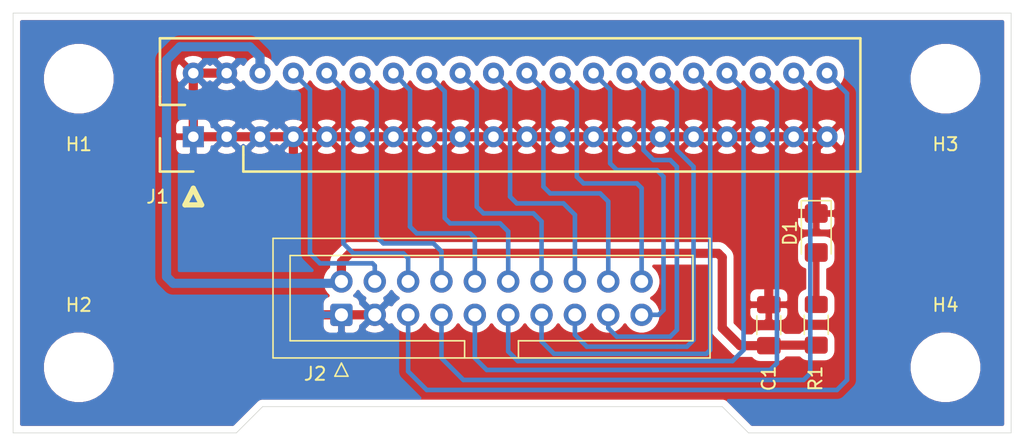
<source format=kicad_pcb>
(kicad_pcb (version 20171130) (host pcbnew 5.1.5+dfsg1-2build2)

  (general
    (thickness 1.6)
    (drawings 16)
    (tracks 158)
    (zones 0)
    (modules 9)
    (nets 21)
  )

  (page A4)
  (layers
    (0 F.Cu signal)
    (31 B.Cu signal)
    (32 B.Adhes user)
    (33 F.Adhes user)
    (34 B.Paste user)
    (35 F.Paste user)
    (36 B.SilkS user)
    (37 F.SilkS user)
    (38 B.Mask user)
    (39 F.Mask user)
    (40 Dwgs.User user)
    (41 Cmts.User user)
    (42 Eco1.User user)
    (43 Eco2.User user)
    (44 Edge.Cuts user)
    (45 Margin user)
    (46 B.CrtYd user)
    (47 F.CrtYd user)
    (48 B.Fab user)
    (49 F.Fab user hide)
  )

  (setup
    (last_trace_width 0.25)
    (user_trace_width 0.25)
    (user_trace_width 0.3)
    (user_trace_width 0.35)
    (user_trace_width 0.4)
    (user_trace_width 0.5)
    (user_trace_width 0.7)
    (user_trace_width 1)
    (user_trace_width 1.5)
    (user_trace_width 2)
    (trace_clearance 0.2)
    (zone_clearance 0.508)
    (zone_45_only no)
    (trace_min 0.2)
    (via_size 0.8)
    (via_drill 0.4)
    (via_min_size 0.4)
    (via_min_drill 0.3)
    (user_via 0.7 0.3)
    (user_via 0.95 0.5)
    (user_via 1.05 0.6)
    (user_via 1.5 1)
    (uvia_size 0.3)
    (uvia_drill 0.1)
    (uvias_allowed no)
    (uvia_min_size 0.2)
    (uvia_min_drill 0.1)
    (edge_width 0.05)
    (segment_width 0.2)
    (pcb_text_width 0.3)
    (pcb_text_size 1.5 1.5)
    (mod_edge_width 0.12)
    (mod_text_size 1 1)
    (mod_text_width 0.15)
    (pad_size 4.3 4.3)
    (pad_drill 4.3)
    (pad_to_mask_clearance 0.051)
    (solder_mask_min_width 0.25)
    (aux_axis_origin 0 0)
    (visible_elements FFFFFF7F)
    (pcbplotparams
      (layerselection 0x010fc_ffffffff)
      (usegerberextensions false)
      (usegerberattributes false)
      (usegerberadvancedattributes false)
      (creategerberjobfile false)
      (excludeedgelayer true)
      (linewidth 0.100000)
      (plotframeref false)
      (viasonmask false)
      (mode 1)
      (useauxorigin false)
      (hpglpennumber 1)
      (hpglpenspeed 20)
      (hpglpendiameter 15.000000)
      (psnegative false)
      (psa4output false)
      (plotreference true)
      (plotvalue true)
      (plotinvisibletext false)
      (padsonsilk false)
      (subtractmaskfromsilk false)
      (outputformat 1)
      (mirror false)
      (drillshape 1)
      (scaleselection 1)
      (outputdirectory ""))
  )

  (net 0 "")
  (net 1 GND)
  (net 2 +5V)
  (net 3 "Net-(D1-Pad2)")
  (net 4 /GIROUETTE_INDEX)
  (net 5 /GIROUETTE_PHA)
  (net 6 /TENSION_BATTERIE)
  (net 7 /DETECTION_CARTE)
  (net 8 /RFU)
  (net 9 /GIROUETTE_PHB)
  (net 10 /CAPTEUR_I2C_SDA)
  (net 11 /CAPTEUR_I2C_SCL)
  (net 12 /XBEE_UART_RX)
  (net 13 /XBEE_UART_TX)
  (net 14 /PLATEAU_PWM)
  (net 15 /SERVO_PWM)
  (net 16 /PLATEAU_DIRECTION)
  (net 17 /CAPTEUR_CS)
  (net 18 /CAPTEUR_SPI_CLK)
  (net 19 /CAPTEUR_SPI_MISO)
  (net 20 /CAPTEUR_SPI_MOSI)

  (net_class Default "Ceci est la Netclass par défaut."
    (clearance 0.2)
    (trace_width 0.25)
    (via_dia 0.8)
    (via_drill 0.4)
    (uvia_dia 0.3)
    (uvia_drill 0.1)
    (add_net +5V)
    (add_net /CAPTEUR_CS)
    (add_net /CAPTEUR_I2C_SCL)
    (add_net /CAPTEUR_I2C_SDA)
    (add_net /CAPTEUR_SPI_CLK)
    (add_net /CAPTEUR_SPI_MISO)
    (add_net /CAPTEUR_SPI_MOSI)
    (add_net /DETECTION_CARTE)
    (add_net /GIROUETTE_INDEX)
    (add_net /GIROUETTE_PHA)
    (add_net /GIROUETTE_PHB)
    (add_net /PLATEAU_DIRECTION)
    (add_net /PLATEAU_PWM)
    (add_net /RFU)
    (add_net /SERVO_PWM)
    (add_net /TENSION_BATTERIE)
    (add_net /XBEE_UART_RX)
    (add_net /XBEE_UART_TX)
    (add_net GND)
    (add_net "Net-(D1-Pad2)")
  )

  (module Insa:5-5530843-4 (layer F.Cu) (tedit 6006B727) (tstamp 6001C2D2)
    (at 142.5 88)
    (descr "TE 5-5530843-4 Connector")
    (path /6001B5E0)
    (fp_text reference J1 (at -20.5 7 180) (layer F.SilkS)
      (effects (font (size 1 1) (thickness 0.15)))
    )
    (fp_text value "AMP 5- 5530843-4" (at 3 7 180) (layer F.Fab) hide
      (effects (font (size 1 1) (thickness 0.15)))
    )
    (fp_line (start -20.32 -0.635) (end -20.32 0) (layer F.SilkS) (width 0.2))
    (fp_line (start -17.145 7.62) (end -17.78 6.35) (layer F.SilkS) (width 0.4))
    (fp_line (start -18.415 7.62) (end -17.145 7.62) (layer F.SilkS) (width 0.4))
    (fp_line (start -17.78 6.35) (end -18.415 7.62) (layer F.SilkS) (width 0.4))
    (fp_line (start -13.97 5.08) (end -12.7 5.08) (layer F.SilkS) (width 0.2))
    (fp_line (start -13.97 3.81) (end -13.97 3.175) (layer F.SilkS) (width 0.2))
    (fp_line (start -20.32 0) (end -18.415 0) (layer F.SilkS) (width 0.2))
    (fp_line (start -20.32 -2.54) (end -20.32 -0.635) (layer F.SilkS) (width 0.2))
    (fp_line (start -13.97 5.08) (end -13.97 3.81) (layer F.SilkS) (width 0.2))
    (fp_line (start -20.32 5.08) (end -20.32 2.54) (layer F.SilkS) (width 0.2))
    (fp_line (start -17.78 5.08) (end -20.32 5.08) (layer F.SilkS) (width 0.2))
    (fp_line (start 33.02 5.08) (end -12.7 5.08) (layer F.SilkS) (width 0.2))
    (fp_line (start 33.02 -5.08) (end 33.02 5.08) (layer F.SilkS) (width 0.2))
    (fp_line (start -20.32 -5.08) (end 33.02 -5.08) (layer F.SilkS) (width 0.2))
    (fp_line (start -20.32 -2.54) (end -20.32 -5.08) (layer F.SilkS) (width 0.2))
    (fp_line (start -22.35 4.675) (end -22.35 -4.675) (layer F.CrtYd) (width 0.12))
    (fp_line (start 35.04 4.675) (end -22.35 4.675) (layer F.CrtYd) (width 0.12))
    (fp_line (start 35.04 -4.675) (end 35.04 4.675) (layer F.CrtYd) (width 0.12))
    (fp_line (start -22.35 -4.675) (end 35.04 -4.675) (layer F.CrtYd) (width 0.12))
    (fp_text user %R (at -21 -6.5) (layer F.Fab)
      (effects (font (size 1 1) (thickness 0.15)))
    )
    (pad 33 thru_hole circle (at 22.86 2.425) (size 1.6 1.6) (drill 0.8) (layers *.Cu *.Mask)
      (net 1 GND))
    (pad 34 thru_hole circle (at 22.86 -2.425) (size 1.6 1.6) (drill 0.8) (layers *.Cu *.Mask)
      (net 4 /GIROUETTE_INDEX))
    (pad 31 thru_hole circle (at 20.32 2.425) (size 1.6 1.6) (drill 0.8) (layers *.Cu *.Mask)
      (net 1 GND))
    (pad 32 thru_hole circle (at 20.32 -2.425) (size 1.6 1.6) (drill 0.8) (layers *.Cu *.Mask)
      (net 5 /GIROUETTE_PHA))
    (pad 37 thru_hole circle (at 27.94 2.425) (size 1.6 1.6) (drill 0.8) (layers *.Cu *.Mask)
      (net 1 GND))
    (pad 38 thru_hole circle (at 27.94 -2.425) (size 1.6 1.6) (drill 0.8) (layers *.Cu *.Mask)
      (net 6 /TENSION_BATTERIE))
    (pad 35 thru_hole circle (at 25.4 2.425) (size 1.6 1.6) (drill 0.8) (layers *.Cu *.Mask)
      (net 1 GND))
    (pad 36 thru_hole circle (at 25.4 -2.425) (size 1.6 1.6) (drill 0.8) (layers *.Cu *.Mask)
      (net 7 /DETECTION_CARTE))
    (pad 39 thru_hole circle (at 30.48 2.425) (size 1.6 1.6) (drill 0.8) (layers *.Cu *.Mask)
      (net 1 GND))
    (pad 40 thru_hole circle (at 30.48 -2.425) (size 1.6 1.6) (drill 0.8) (layers *.Cu *.Mask)
      (net 8 /RFU))
    (pad 30 thru_hole circle (at 17.78 -2.425) (size 1.6 1.6) (drill 0.8) (layers *.Cu *.Mask)
      (net 9 /GIROUETTE_PHB))
    (pad 29 thru_hole circle (at 17.78 2.425) (size 1.6 1.6) (drill 0.8) (layers *.Cu *.Mask)
      (net 1 GND))
    (pad 28 thru_hole circle (at 15.24 -2.425) (size 1.6 1.6) (drill 0.8) (layers *.Cu *.Mask)
      (net 10 /CAPTEUR_I2C_SDA))
    (pad 27 thru_hole circle (at 15.24 2.425) (size 1.6 1.6) (drill 0.8) (layers *.Cu *.Mask)
      (net 1 GND))
    (pad 26 thru_hole circle (at 12.7 -2.425) (size 1.6 1.6) (drill 0.8) (layers *.Cu *.Mask)
      (net 11 /CAPTEUR_I2C_SCL))
    (pad 25 thru_hole circle (at 12.7 2.425) (size 1.6 1.6) (drill 0.8) (layers *.Cu *.Mask)
      (net 1 GND))
    (pad 24 thru_hole circle (at 10.16 -2.425) (size 1.6 1.6) (drill 0.8) (layers *.Cu *.Mask)
      (net 12 /XBEE_UART_RX))
    (pad 23 thru_hole circle (at 10.16 2.425) (size 1.6 1.6) (drill 0.8) (layers *.Cu *.Mask)
      (net 1 GND))
    (pad 22 thru_hole circle (at 7.62 -2.425) (size 1.6 1.6) (drill 0.8) (layers *.Cu *.Mask)
      (net 13 /XBEE_UART_TX))
    (pad 21 thru_hole circle (at 7.62 2.425) (size 1.6 1.6) (drill 0.8) (layers *.Cu *.Mask)
      (net 1 GND))
    (pad 20 thru_hole circle (at 5.08 -2.425) (size 1.6 1.6) (drill 0.8) (layers *.Cu *.Mask)
      (net 14 /PLATEAU_PWM))
    (pad 19 thru_hole circle (at 5.08 2.425) (size 1.6 1.6) (drill 0.8) (layers *.Cu *.Mask)
      (net 1 GND))
    (pad 18 thru_hole circle (at 2.54 -2.425) (size 1.6 1.6) (drill 0.8) (layers *.Cu *.Mask)
      (net 15 /SERVO_PWM))
    (pad 17 thru_hole circle (at 2.54 2.425) (size 1.6 1.6) (drill 0.8) (layers *.Cu *.Mask)
      (net 1 GND))
    (pad 16 thru_hole circle (at 0 -2.425) (size 1.6 1.6) (drill 0.8) (layers *.Cu *.Mask)
      (net 16 /PLATEAU_DIRECTION))
    (pad 15 thru_hole circle (at 0 2.425) (size 1.6 1.6) (drill 0.8) (layers *.Cu *.Mask)
      (net 1 GND))
    (pad 14 thru_hole circle (at -2.54 -2.425) (size 1.6 1.6) (drill 0.8) (layers *.Cu *.Mask)
      (net 17 /CAPTEUR_CS))
    (pad 13 thru_hole circle (at -2.54 2.425) (size 1.6 1.6) (drill 0.8) (layers *.Cu *.Mask)
      (net 1 GND))
    (pad 12 thru_hole circle (at -5.08 -2.425) (size 1.6 1.6) (drill 0.8) (layers *.Cu *.Mask)
      (net 18 /CAPTEUR_SPI_CLK))
    (pad 11 thru_hole circle (at -5.08 2.425) (size 1.6 1.6) (drill 0.8) (layers *.Cu *.Mask)
      (net 1 GND))
    (pad 10 thru_hole circle (at -7.62 -2.425) (size 1.6 1.6) (drill 0.8) (layers *.Cu *.Mask)
      (net 19 /CAPTEUR_SPI_MISO))
    (pad 9 thru_hole circle (at -7.62 2.425) (size 1.6 1.6) (drill 0.8) (layers *.Cu *.Mask)
      (net 1 GND))
    (pad 8 thru_hole circle (at -10.16 -2.425) (size 1.6 1.6) (drill 0.8) (layers *.Cu *.Mask)
      (net 20 /CAPTEUR_SPI_MOSI))
    (pad 7 thru_hole circle (at -10.16 2.425) (size 1.6 1.6) (drill 0.8) (layers *.Cu *.Mask)
      (net 1 GND))
    (pad 6 thru_hole circle (at -12.7 -2.425) (size 1.6 1.6) (drill 0.8) (layers *.Cu *.Mask)
      (net 2 +5V))
    (pad 5 thru_hole circle (at -12.7 2.425) (size 1.6 1.6) (drill 0.8) (layers *.Cu *.Mask)
      (net 1 GND))
    (pad 4 thru_hole circle (at -15.24 -2.425) (size 1.6 1.6) (drill 0.8) (layers *.Cu *.Mask)
      (net 1 GND))
    (pad 3 thru_hole circle (at -15.24 2.425) (size 1.6 1.6) (drill 0.8) (layers *.Cu *.Mask)
      (net 1 GND))
    (pad 2 thru_hole circle (at -17.78 -2.425) (size 1.6 1.6) (drill 0.8) (layers *.Cu *.Mask)
      (net 1 GND))
    (pad 1 thru_hole rect (at -17.78 2.425) (size 1.6 1.6) (drill 0.8) (layers *.Cu *.Mask)
      (net 1 GND))
    (model /home/dimercur/kicad/local-packages3d/Insa.3dshapes/c-5-5530843-4-f-3d.stp
      (offset (xyz 6.35 0 15.5))
      (scale (xyz 1 1 1))
      (rotate (xyz 0 0 0))
    )
  )

  (module Connector_IDC:IDC-Header_2x10_P2.54mm_Vertical (layer F.Cu) (tedit 5EAC9A07) (tstamp 6001C2FC)
    (at 136 104 90)
    (descr "Through hole IDC box header, 2x10, 2.54mm pitch, DIN 41651 / IEC 60603-13, double rows, https://docs.google.com/spreadsheets/d/16SsEcesNF15N3Lb4niX7dcUr-NY5_MFPQhobNuNppn4/edit#gid=0")
    (tags "Through hole vertical IDC box header THT 2x10 2.54mm double row")
    (path /6001C59E)
    (fp_text reference J2 (at -4.5 -2 180) (layer F.SilkS)
      (effects (font (size 1 1) (thickness 0.15)))
    )
    (fp_text value "IDC - Header 2x10" (at 1.27 28.96 270) (layer F.Fab)
      (effects (font (size 1 1) (thickness 0.15)))
    )
    (fp_text user %R (at 1.27 11.43 180) (layer F.Fab)
      (effects (font (size 1 1) (thickness 0.15)))
    )
    (fp_line (start 6.22 -5.6) (end -3.68 -5.6) (layer F.CrtYd) (width 0.05))
    (fp_line (start 6.22 28.46) (end 6.22 -5.6) (layer F.CrtYd) (width 0.05))
    (fp_line (start -3.68 28.46) (end 6.22 28.46) (layer F.CrtYd) (width 0.05))
    (fp_line (start -3.68 -5.6) (end -3.68 28.46) (layer F.CrtYd) (width 0.05))
    (fp_line (start -4.68 0.5) (end -3.68 0) (layer F.SilkS) (width 0.12))
    (fp_line (start -4.68 -0.5) (end -4.68 0.5) (layer F.SilkS) (width 0.12))
    (fp_line (start -3.68 0) (end -4.68 -0.5) (layer F.SilkS) (width 0.12))
    (fp_line (start -1.98 13.48) (end -3.29 13.48) (layer F.SilkS) (width 0.12))
    (fp_line (start -1.98 13.48) (end -1.98 13.48) (layer F.SilkS) (width 0.12))
    (fp_line (start -1.98 26.77) (end -1.98 13.48) (layer F.SilkS) (width 0.12))
    (fp_line (start 4.52 26.77) (end -1.98 26.77) (layer F.SilkS) (width 0.12))
    (fp_line (start 4.52 -3.91) (end 4.52 26.77) (layer F.SilkS) (width 0.12))
    (fp_line (start -1.98 -3.91) (end 4.52 -3.91) (layer F.SilkS) (width 0.12))
    (fp_line (start -1.98 9.38) (end -1.98 -3.91) (layer F.SilkS) (width 0.12))
    (fp_line (start -3.29 9.38) (end -1.98 9.38) (layer F.SilkS) (width 0.12))
    (fp_line (start -3.29 28.07) (end -3.29 -5.21) (layer F.SilkS) (width 0.12))
    (fp_line (start 5.83 28.07) (end -3.29 28.07) (layer F.SilkS) (width 0.12))
    (fp_line (start 5.83 -5.21) (end 5.83 28.07) (layer F.SilkS) (width 0.12))
    (fp_line (start -3.29 -5.21) (end 5.83 -5.21) (layer F.SilkS) (width 0.12))
    (fp_line (start -1.98 13.48) (end -3.18 13.48) (layer F.Fab) (width 0.1))
    (fp_line (start -1.98 13.48) (end -1.98 13.48) (layer F.Fab) (width 0.1))
    (fp_line (start -1.98 26.77) (end -1.98 13.48) (layer F.Fab) (width 0.1))
    (fp_line (start 4.52 26.77) (end -1.98 26.77) (layer F.Fab) (width 0.1))
    (fp_line (start 4.52 -3.91) (end 4.52 26.77) (layer F.Fab) (width 0.1))
    (fp_line (start -1.98 -3.91) (end 4.52 -3.91) (layer F.Fab) (width 0.1))
    (fp_line (start -1.98 9.38) (end -1.98 -3.91) (layer F.Fab) (width 0.1))
    (fp_line (start -3.18 9.38) (end -1.98 9.38) (layer F.Fab) (width 0.1))
    (fp_line (start -3.18 27.96) (end -3.18 -4.1) (layer F.Fab) (width 0.1))
    (fp_line (start 5.72 27.96) (end -3.18 27.96) (layer F.Fab) (width 0.1))
    (fp_line (start 5.72 -5.1) (end 5.72 27.96) (layer F.Fab) (width 0.1))
    (fp_line (start -2.18 -5.1) (end 5.72 -5.1) (layer F.Fab) (width 0.1))
    (fp_line (start -3.18 -4.1) (end -2.18 -5.1) (layer F.Fab) (width 0.1))
    (pad 20 thru_hole circle (at 2.54 22.86 90) (size 1.7 1.7) (drill 1) (layers *.Cu *.Mask)
      (net 12 /XBEE_UART_RX))
    (pad 18 thru_hole circle (at 2.54 20.32 90) (size 1.7 1.7) (drill 1) (layers *.Cu *.Mask)
      (net 13 /XBEE_UART_TX))
    (pad 16 thru_hole circle (at 2.54 17.78 90) (size 1.7 1.7) (drill 1) (layers *.Cu *.Mask)
      (net 14 /PLATEAU_PWM))
    (pad 14 thru_hole circle (at 2.54 15.24 90) (size 1.7 1.7) (drill 1) (layers *.Cu *.Mask)
      (net 15 /SERVO_PWM))
    (pad 12 thru_hole circle (at 2.54 12.7 90) (size 1.7 1.7) (drill 1) (layers *.Cu *.Mask)
      (net 16 /PLATEAU_DIRECTION))
    (pad 10 thru_hole circle (at 2.54 10.16 90) (size 1.7 1.7) (drill 1) (layers *.Cu *.Mask)
      (net 17 /CAPTEUR_CS))
    (pad 8 thru_hole circle (at 2.54 7.62 90) (size 1.7 1.7) (drill 1) (layers *.Cu *.Mask)
      (net 18 /CAPTEUR_SPI_CLK))
    (pad 6 thru_hole circle (at 2.54 5.08 90) (size 1.7 1.7) (drill 1) (layers *.Cu *.Mask)
      (net 19 /CAPTEUR_SPI_MISO))
    (pad 4 thru_hole circle (at 2.54 2.54 90) (size 1.7 1.7) (drill 1) (layers *.Cu *.Mask)
      (net 20 /CAPTEUR_SPI_MOSI))
    (pad 2 thru_hole circle (at 2.54 0 90) (size 1.7 1.7) (drill 1) (layers *.Cu *.Mask)
      (net 2 +5V))
    (pad 19 thru_hole circle (at 0 22.86 90) (size 1.7 1.7) (drill 1) (layers *.Cu *.Mask)
      (net 11 /CAPTEUR_I2C_SCL))
    (pad 17 thru_hole circle (at 0 20.32 90) (size 1.7 1.7) (drill 1) (layers *.Cu *.Mask)
      (net 10 /CAPTEUR_I2C_SDA))
    (pad 15 thru_hole circle (at 0 17.78 90) (size 1.7 1.7) (drill 1) (layers *.Cu *.Mask)
      (net 9 /GIROUETTE_PHB))
    (pad 13 thru_hole circle (at 0 15.24 90) (size 1.7 1.7) (drill 1) (layers *.Cu *.Mask)
      (net 5 /GIROUETTE_PHA))
    (pad 11 thru_hole circle (at 0 12.7 90) (size 1.7 1.7) (drill 1) (layers *.Cu *.Mask)
      (net 4 /GIROUETTE_INDEX))
    (pad 9 thru_hole circle (at 0 10.16 90) (size 1.7 1.7) (drill 1) (layers *.Cu *.Mask)
      (net 7 /DETECTION_CARTE))
    (pad 7 thru_hole circle (at 0 7.62 90) (size 1.7 1.7) (drill 1) (layers *.Cu *.Mask)
      (net 6 /TENSION_BATTERIE))
    (pad 5 thru_hole circle (at 0 5.08 90) (size 1.7 1.7) (drill 1) (layers *.Cu *.Mask)
      (net 8 /RFU))
    (pad 3 thru_hole circle (at 0 2.54 90) (size 1.7 1.7) (drill 1) (layers *.Cu *.Mask)
      (net 1 GND))
    (pad 1 thru_hole roundrect (at 0 0 90) (size 1.7 1.7) (drill 1) (layers *.Cu *.Mask) (roundrect_rratio 0.147059)
      (net 1 GND))
    (model ${KISYS3DMOD}/Connector_IDC.3dshapes/IDC-Header_2x10_P2.54mm_Vertical.wrl
      (at (xyz 0 0 0))
      (scale (xyz 1 1 1))
      (rotate (xyz 0 0 0))
    )
  )

  (module Capacitor_SMD:C_1206_3216Metric_Pad1.33x1.80mm_HandSolder (layer F.Cu) (tedit 5F68FEEF) (tstamp 60060EED)
    (at 168.546 104.79 270)
    (descr "Capacitor SMD 1206 (3216 Metric), square (rectangular) end terminal, IPC_7351 nominal with elongated pad for handsoldering. (Body size source: IPC-SM-782 page 76, https://www.pcb-3d.com/wordpress/wp-content/uploads/ipc-sm-782a_amendment_1_and_2.pdf), generated with kicad-footprint-generator")
    (tags "capacitor handsolder")
    (path /6005E9C4)
    (attr smd)
    (fp_text reference C1 (at 4.064 0 90) (layer F.SilkS)
      (effects (font (size 1 1) (thickness 0.15)))
    )
    (fp_text value "1 µF" (at 0 1.85 90) (layer F.Fab)
      (effects (font (size 1 1) (thickness 0.15)))
    )
    (fp_line (start -1.6 0.8) (end -1.6 -0.8) (layer F.Fab) (width 0.1))
    (fp_line (start -1.6 -0.8) (end 1.6 -0.8) (layer F.Fab) (width 0.1))
    (fp_line (start 1.6 -0.8) (end 1.6 0.8) (layer F.Fab) (width 0.1))
    (fp_line (start 1.6 0.8) (end -1.6 0.8) (layer F.Fab) (width 0.1))
    (fp_line (start -0.711252 -0.91) (end 0.711252 -0.91) (layer F.SilkS) (width 0.12))
    (fp_line (start -0.711252 0.91) (end 0.711252 0.91) (layer F.SilkS) (width 0.12))
    (fp_line (start -2.48 1.15) (end -2.48 -1.15) (layer F.CrtYd) (width 0.05))
    (fp_line (start -2.48 -1.15) (end 2.48 -1.15) (layer F.CrtYd) (width 0.05))
    (fp_line (start 2.48 -1.15) (end 2.48 1.15) (layer F.CrtYd) (width 0.05))
    (fp_line (start 2.48 1.15) (end -2.48 1.15) (layer F.CrtYd) (width 0.05))
    (fp_text user %R (at 0 0 90) (layer F.Fab)
      (effects (font (size 0.8 0.8) (thickness 0.12)))
    )
    (pad 1 smd roundrect (at -1.5625 0 270) (size 1.325 1.8) (layers F.Cu F.Paste F.Mask) (roundrect_rratio 0.188679)
      (net 1 GND))
    (pad 2 smd roundrect (at 1.5625 0 270) (size 1.325 1.8) (layers F.Cu F.Paste F.Mask) (roundrect_rratio 0.188679)
      (net 2 +5V))
    (model ${KISYS3DMOD}/Capacitor_SMD.3dshapes/C_1206_3216Metric.wrl
      (at (xyz 0 0 0))
      (scale (xyz 1 1 1))
      (rotate (xyz 0 0 0))
    )
  )

  (module LED_SMD:LED_1206_3216Metric_Pad1.42x1.75mm_HandSolder (layer F.Cu) (tedit 5F68FEF1) (tstamp 60060F00)
    (at 172.158 97.762 270)
    (descr "LED SMD 1206 (3216 Metric), square (rectangular) end terminal, IPC_7351 nominal, (Body size source: http://www.tortai-tech.com/upload/download/2011102023233369053.pdf), generated with kicad-footprint-generator")
    (tags "LED handsolder")
    (path /6005ED96)
    (attr smd)
    (fp_text reference D1 (at 0 2 90) (layer F.SilkS)
      (effects (font (size 1 1) (thickness 0.15)))
    )
    (fp_text value LED (at 0 1.82 90) (layer F.Fab)
      (effects (font (size 1 1) (thickness 0.15)))
    )
    (fp_line (start 1.6 -0.8) (end -1.2 -0.8) (layer F.Fab) (width 0.1))
    (fp_line (start -1.2 -0.8) (end -1.6 -0.4) (layer F.Fab) (width 0.1))
    (fp_line (start -1.6 -0.4) (end -1.6 0.8) (layer F.Fab) (width 0.1))
    (fp_line (start -1.6 0.8) (end 1.6 0.8) (layer F.Fab) (width 0.1))
    (fp_line (start 1.6 0.8) (end 1.6 -0.8) (layer F.Fab) (width 0.1))
    (fp_line (start 1.6 -1.135) (end -2.46 -1.135) (layer F.SilkS) (width 0.12))
    (fp_line (start -2.46 -1.135) (end -2.46 1.135) (layer F.SilkS) (width 0.12))
    (fp_line (start -2.46 1.135) (end 1.6 1.135) (layer F.SilkS) (width 0.12))
    (fp_line (start -2.45 1.12) (end -2.45 -1.12) (layer F.CrtYd) (width 0.05))
    (fp_line (start -2.45 -1.12) (end 2.45 -1.12) (layer F.CrtYd) (width 0.05))
    (fp_line (start 2.45 -1.12) (end 2.45 1.12) (layer F.CrtYd) (width 0.05))
    (fp_line (start 2.45 1.12) (end -2.45 1.12) (layer F.CrtYd) (width 0.05))
    (fp_text user %R (at 0 0 90) (layer F.Fab)
      (effects (font (size 0.8 0.8) (thickness 0.12)))
    )
    (pad 1 smd roundrect (at -1.4875 0 270) (size 1.425 1.75) (layers F.Cu F.Paste F.Mask) (roundrect_rratio 0.175439)
      (net 1 GND))
    (pad 2 smd roundrect (at 1.4875 0 270) (size 1.425 1.75) (layers F.Cu F.Paste F.Mask) (roundrect_rratio 0.175439)
      (net 3 "Net-(D1-Pad2)"))
    (model ${KISYS3DMOD}/LED_SMD.3dshapes/LED_1206_3216Metric.wrl
      (at (xyz 0 0 0))
      (scale (xyz 1 1 1))
      (rotate (xyz 0 0 0))
    )
  )

  (module Resistor_SMD:R_1206_3216Metric_Pad1.30x1.75mm_HandSolder (layer F.Cu) (tedit 5F68FEEE) (tstamp 60060F11)
    (at 172.158 104.762 90)
    (descr "Resistor SMD 1206 (3216 Metric), square (rectangular) end terminal, IPC_7351 nominal with elongated pad for handsoldering. (Body size source: IPC-SM-782 page 72, https://www.pcb-3d.com/wordpress/wp-content/uploads/ipc-sm-782a_amendment_1_and_2.pdf), generated with kicad-footprint-generator")
    (tags "resistor handsolder")
    (path /6005F725)
    (attr smd)
    (fp_text reference R1 (at -4.092 -0.056 90) (layer F.SilkS)
      (effects (font (size 1 1) (thickness 0.15)))
    )
    (fp_text value 330R (at 0 1.82 90) (layer F.Fab)
      (effects (font (size 1 1) (thickness 0.15)))
    )
    (fp_line (start -1.6 0.8) (end -1.6 -0.8) (layer F.Fab) (width 0.1))
    (fp_line (start -1.6 -0.8) (end 1.6 -0.8) (layer F.Fab) (width 0.1))
    (fp_line (start 1.6 -0.8) (end 1.6 0.8) (layer F.Fab) (width 0.1))
    (fp_line (start 1.6 0.8) (end -1.6 0.8) (layer F.Fab) (width 0.1))
    (fp_line (start -0.727064 -0.91) (end 0.727064 -0.91) (layer F.SilkS) (width 0.12))
    (fp_line (start -0.727064 0.91) (end 0.727064 0.91) (layer F.SilkS) (width 0.12))
    (fp_line (start -2.45 1.12) (end -2.45 -1.12) (layer F.CrtYd) (width 0.05))
    (fp_line (start -2.45 -1.12) (end 2.45 -1.12) (layer F.CrtYd) (width 0.05))
    (fp_line (start 2.45 -1.12) (end 2.45 1.12) (layer F.CrtYd) (width 0.05))
    (fp_line (start 2.45 1.12) (end -2.45 1.12) (layer F.CrtYd) (width 0.05))
    (fp_text user %R (at 0.514999 -0.145001 90) (layer F.Fab)
      (effects (font (size 0.8 0.8) (thickness 0.12)))
    )
    (pad 1 smd roundrect (at -1.55 0 90) (size 1.3 1.75) (layers F.Cu F.Paste F.Mask) (roundrect_rratio 0.192308)
      (net 2 +5V))
    (pad 2 smd roundrect (at 1.55 0 90) (size 1.3 1.75) (layers F.Cu F.Paste F.Mask) (roundrect_rratio 0.192308)
      (net 3 "Net-(D1-Pad2)"))
    (model ${KISYS3DMOD}/Resistor_SMD.3dshapes/R_1206_3216Metric.wrl
      (at (xyz 0 0 0))
      (scale (xyz 1 1 1))
      (rotate (xyz 0 0 0))
    )
  )

  (module MountingHole:MountingHole_4.3mm_M4_DIN965 locked (layer F.Cu) (tedit 56D1B4CB) (tstamp 6008414B)
    (at 116 86)
    (descr "Mounting Hole 4.3mm, no annular, M4, DIN965")
    (tags "mounting hole 4.3mm no annular m4 din965")
    (path /600A68FD)
    (attr virtual)
    (fp_text reference H1 (at 0 5) (layer F.SilkS)
      (effects (font (size 1 1) (thickness 0.15)))
    )
    (fp_text value MountingHole (at 0 4.75) (layer F.Fab)
      (effects (font (size 1 1) (thickness 0.15)))
    )
    (fp_text user %R (at 0.3 0) (layer F.Fab)
      (effects (font (size 1 1) (thickness 0.15)))
    )
    (fp_circle (center 0 0) (end 3.75 0) (layer Cmts.User) (width 0.15))
    (fp_circle (center 0 0) (end 4 0) (layer F.CrtYd) (width 0.05))
    (pad 1 np_thru_hole circle (at 0 0) (size 4.3 4.3) (drill 4.3) (layers *.Cu *.Mask))
  )

  (module MountingHole:MountingHole_4.3mm_M4_DIN965 locked (layer F.Cu) (tedit 56D1B4CB) (tstamp 60084153)
    (at 116 108)
    (descr "Mounting Hole 4.3mm, no annular, M4, DIN965")
    (tags "mounting hole 4.3mm no annular m4 din965")
    (path /600A78CA)
    (attr virtual)
    (fp_text reference H2 (at 0 -4.75) (layer F.SilkS)
      (effects (font (size 1 1) (thickness 0.15)))
    )
    (fp_text value MountingHole (at 0 4.75) (layer F.Fab)
      (effects (font (size 1 1) (thickness 0.15)))
    )
    (fp_circle (center 0 0) (end 4 0) (layer F.CrtYd) (width 0.05))
    (fp_circle (center 0 0) (end 3.75 0) (layer Cmts.User) (width 0.15))
    (fp_text user %R (at 0.3 0) (layer F.Fab)
      (effects (font (size 1 1) (thickness 0.15)))
    )
    (pad 1 np_thru_hole circle (at 0 0) (size 4.3 4.3) (drill 4.3) (layers *.Cu *.Mask))
  )

  (module MountingHole:MountingHole_4.3mm_M4_DIN965 locked (layer F.Cu) (tedit 56D1B4CB) (tstamp 6008415B)
    (at 182 86)
    (descr "Mounting Hole 4.3mm, no annular, M4, DIN965")
    (tags "mounting hole 4.3mm no annular m4 din965")
    (path /600A90C6)
    (attr virtual)
    (fp_text reference H3 (at 0 5) (layer F.SilkS)
      (effects (font (size 1 1) (thickness 0.15)))
    )
    (fp_text value MountingHole (at 0 4.75) (layer F.Fab)
      (effects (font (size 1 1) (thickness 0.15)))
    )
    (fp_text user %R (at 0.3 0) (layer F.Fab)
      (effects (font (size 1 1) (thickness 0.15)))
    )
    (fp_circle (center 0 0) (end 3.75 0) (layer Cmts.User) (width 0.15))
    (fp_circle (center 0 0) (end 4 0) (layer F.CrtYd) (width 0.05))
    (pad 1 np_thru_hole circle (at 0 0) (size 4.3 4.3) (drill 4.3) (layers *.Cu *.Mask))
  )

  (module MountingHole:MountingHole_4.3mm_M4_DIN965 locked (layer F.Cu) (tedit 56D1B4CB) (tstamp 60084163)
    (at 182 108)
    (descr "Mounting Hole 4.3mm, no annular, M4, DIN965")
    (tags "mounting hole 4.3mm no annular m4 din965")
    (path /600AA83F)
    (attr virtual)
    (fp_text reference H4 (at 0 -4.75) (layer F.SilkS)
      (effects (font (size 1 1) (thickness 0.15)))
    )
    (fp_text value MountingHole (at 0 4.75) (layer F.Fab)
      (effects (font (size 1 1) (thickness 0.15)))
    )
    (fp_circle (center 0 0) (end 4 0) (layer F.CrtYd) (width 0.05))
    (fp_circle (center 0 0) (end 3.75 0) (layer Cmts.User) (width 0.15))
    (fp_text user %R (at 0.3 0) (layer F.Fab)
      (effects (font (size 1 1) (thickness 0.15)))
    )
    (pad 1 np_thru_hole circle (at 0 0) (size 4.3 4.3) (drill 4.3) (layers *.Cu *.Mask))
  )

  (gr_line (start 128 113) (end 111 113) (layer Edge.Cuts) (width 0.05) (tstamp 6006C71A))
  (gr_line (start 167 113) (end 187 113) (layer Edge.Cuts) (width 0.05) (tstamp 6006C719))
  (gr_line (start 165 111) (end 167 113) (layer Edge.Cuts) (width 0.05))
  (gr_line (start 130 111) (end 165 111) (layer Edge.Cuts) (width 0.05))
  (gr_line (start 128 113) (end 130 111) (layer Edge.Cuts) (width 0.05))
  (gr_line (start 111 113) (end 111 81) (layer Edge.Cuts) (width 0.05) (tstamp 6006C6EA))
  (gr_line (start 187 81) (end 187 113) (layer Edge.Cuts) (width 0.05))
  (gr_line (start 111 81) (end 187 81) (layer Edge.Cuts) (width 0.05))
  (dimension 5 (width 0.15) (layer F.Fab)
    (gr_text "5,000 mm" (at 187.5 125.3) (layer F.Fab)
      (effects (font (size 1 1) (thickness 0.15)))
    )
    (feature1 (pts (xy 190 115) (xy 190 124.586421)))
    (feature2 (pts (xy 185 115) (xy 185 124.586421)))
    (crossbar (pts (xy 185 124) (xy 190 124)))
    (arrow1a (pts (xy 190 124) (xy 188.873496 124.586421)))
    (arrow1b (pts (xy 190 124) (xy 188.873496 123.413579)))
    (arrow2a (pts (xy 185 124) (xy 186.126504 124.586421)))
    (arrow2b (pts (xy 185 124) (xy 186.126504 123.413579)))
  )
  (dimension 5 (width 0.15) (layer F.Fab)
    (gr_text "5,000 mm" (at 198.3 117.5 90) (layer F.Fab)
      (effects (font (size 1 1) (thickness 0.15)))
    )
    (feature1 (pts (xy 185 120) (xy 197.586421 120)))
    (feature2 (pts (xy 185 115) (xy 197.586421 115)))
    (crossbar (pts (xy 197 115) (xy 197 120)))
    (arrow1a (pts (xy 197 120) (xy 196.413579 118.873496)))
    (arrow1b (pts (xy 197 120) (xy 197.586421 118.873496)))
    (arrow2a (pts (xy 197 115) (xy 196.413579 116.126504)))
    (arrow2b (pts (xy 197 115) (xy 197.586421 116.126504)))
  )
  (dimension 20 (width 0.15) (layer F.Fab)
    (gr_text "20,000 mm" (at 118 107.3) (layer F.Fab)
      (effects (font (size 1 1) (thickness 0.15)))
    )
    (feature1 (pts (xy 108 105) (xy 108 106.586421)))
    (feature2 (pts (xy 128 105) (xy 128 106.586421)))
    (crossbar (pts (xy 128 106) (xy 108 106)))
    (arrow1a (pts (xy 108 106) (xy 109.126504 105.413579)))
    (arrow1b (pts (xy 108 106) (xy 109.126504 106.586421)))
    (arrow2a (pts (xy 128 106) (xy 126.873496 105.413579)))
    (arrow2b (pts (xy 128 106) (xy 126.873496 106.586421)))
  )
  (dimension 10 (width 0.15) (layer F.Fab)
    (gr_text "10,000 mm" (at 185 106.3) (layer F.Fab)
      (effects (font (size 1 1) (thickness 0.15)))
    )
    (feature1 (pts (xy 190 105) (xy 190 105.586421)))
    (feature2 (pts (xy 180 105) (xy 180 105.586421)))
    (crossbar (pts (xy 180 105) (xy 190 105)))
    (arrow1a (pts (xy 190 105) (xy 188.873496 105.586421)))
    (arrow1b (pts (xy 190 105) (xy 188.873496 104.413579)))
    (arrow2a (pts (xy 180 105) (xy 181.126504 105.586421)))
    (arrow2b (pts (xy 180 105) (xy 181.126504 104.413579)))
  )
  (dimension 72 (width 0.15) (layer F.Fab)
    (gr_text "72,000 mm" (at 149 64.7) (layer F.Fab)
      (effects (font (size 1 1) (thickness 0.15)))
    )
    (feature1 (pts (xy 113 80) (xy 113 65.413579)))
    (feature2 (pts (xy 185 80) (xy 185 65.413579)))
    (crossbar (pts (xy 185 66) (xy 113 66)))
    (arrow1a (pts (xy 113 66) (xy 114.126504 65.413579)))
    (arrow1b (pts (xy 113 66) (xy 114.126504 66.586421)))
    (arrow2a (pts (xy 185 66) (xy 183.873496 65.413579)))
    (arrow2b (pts (xy 185 66) (xy 183.873496 66.586421)))
  )
  (dimension 35 (width 0.15) (layer F.Fab)
    (gr_text "35,000 mm" (at 198.3 97.5 90) (layer F.Fab)
      (effects (font (size 1 1) (thickness 0.15)))
    )
    (feature1 (pts (xy 185 80) (xy 197.586421 80)))
    (feature2 (pts (xy 185 115) (xy 197.586421 115)))
    (crossbar (pts (xy 197 115) (xy 197 80)))
    (arrow1a (pts (xy 197 80) (xy 197.586421 81.126504)))
    (arrow1b (pts (xy 197 80) (xy 196.413579 81.126504)))
    (arrow2a (pts (xy 197 115) (xy 197.586421 113.873496)))
    (arrow2b (pts (xy 197 115) (xy 196.413579 113.873496)))
  )
  (dimension 45 (width 0.15) (layer F.Fab)
    (gr_text "45,000 mm" (at 100.7 97.5 90) (layer F.Fab)
      (effects (font (size 1 1) (thickness 0.15)))
    )
    (feature1 (pts (xy 108 75) (xy 101.413579 75)))
    (feature2 (pts (xy 108 120) (xy 101.413579 120)))
    (crossbar (pts (xy 102 120) (xy 102 75)))
    (arrow1a (pts (xy 102 75) (xy 102.586421 76.126504)))
    (arrow1b (pts (xy 102 75) (xy 101.413579 76.126504)))
    (arrow2a (pts (xy 102 120) (xy 102.586421 118.873496)))
    (arrow2b (pts (xy 102 120) (xy 101.413579 118.873496)))
  )
  (dimension 82 (width 0.15) (layer F.Fab)
    (gr_text "82,000 mm" (at 149 129.3) (layer F.Fab)
      (effects (font (size 1 1) (thickness 0.15)))
    )
    (feature1 (pts (xy 108 120) (xy 108 128.586421)))
    (feature2 (pts (xy 190 120) (xy 190 128.586421)))
    (crossbar (pts (xy 190 128) (xy 108 128)))
    (arrow1a (pts (xy 108 128) (xy 109.126504 127.413579)))
    (arrow1b (pts (xy 108 128) (xy 109.126504 128.586421)))
    (arrow2a (pts (xy 190 128) (xy 188.873496 127.413579)))
    (arrow2b (pts (xy 190 128) (xy 188.873496 128.586421)))
  )

  (segment (start 127.26 85.575) (end 124.72 85.575) (width 0.7) (layer F.Cu) (net 1))
  (segment (start 124.72 85.575) (end 124.72 90.425) (width 0.7) (layer F.Cu) (net 1))
  (segment (start 124.72 90.425) (end 172.98 90.425) (width 0.7) (layer F.Cu) (net 1))
  (segment (start 132.34 90.425) (end 132.34 103.13) (width 0.7) (layer F.Cu) (net 1))
  (segment (start 133.21 104) (end 138.54 104) (width 0.7) (layer F.Cu) (net 1))
  (segment (start 132.34 103.13) (end 133.21 104) (width 0.7) (layer F.Cu) (net 1))
  (segment (start 172.158 91.247) (end 172.98 90.425) (width 0.7) (layer F.Cu) (net 1))
  (segment (start 172.158 96.2745) (end 172.158 91.247) (width 0.7) (layer F.Cu) (net 1))
  (segment (start 168.546 103.2275) (end 168.546 97.454) (width 0.7) (layer F.Cu) (net 1))
  (segment (start 169.7255 96.2745) (end 172.158 96.2745) (width 0.7) (layer F.Cu) (net 1))
  (segment (start 168.546 97.454) (end 169.7255 96.2745) (width 0.7) (layer F.Cu) (net 1))
  (segment (start 129.8 84.334) (end 129.8 85.575) (width 0.7) (layer B.Cu) (net 2))
  (segment (start 129.032 83.566) (end 129.8 84.334) (width 0.7) (layer B.Cu) (net 2))
  (segment (start 123.698 83.566) (end 129.032 83.566) (width 0.7) (layer B.Cu) (net 2))
  (segment (start 122.682 84.582) (end 123.698 83.566) (width 0.7) (layer B.Cu) (net 2))
  (segment (start 122.682 101.092) (end 122.682 84.582) (width 0.7) (layer B.Cu) (net 2))
  (segment (start 123.19 101.6) (end 122.682 101.092) (width 0.7) (layer B.Cu) (net 2))
  (segment (start 135.61 101.6) (end 123.19 101.6) (width 0.7) (layer B.Cu) (net 2))
  (segment (start 135.75 101.46) (end 135.61 101.6) (width 0.7) (layer B.Cu) (net 2))
  (segment (start 136 101.46) (end 135.75 101.46) (width 0.7) (layer B.Cu) (net 2))
  (segment (start 136 99.966) (end 136 101.46) (width 0.7) (layer F.Cu) (net 2))
  (segment (start 136.654 99.312) (end 136 99.966) (width 0.7) (layer F.Cu) (net 2))
  (segment (start 168.5865 106.312) (end 168.546 106.3525) (width 0.7) (layer F.Cu) (net 2))
  (segment (start 172.158 106.312) (end 168.5865 106.312) (width 0.7) (layer F.Cu) (net 2))
  (segment (start 136.654 99.312) (end 164.688 99.312) (width 0.7) (layer F.Cu) (net 2))
  (segment (start 164.688 99.312) (end 165 99.624) (width 0.7) (layer F.Cu) (net 2))
  (segment (start 165 99.624) (end 165 105) (width 0.7) (layer F.Cu) (net 2))
  (segment (start 166.3525 106.3525) (end 168.546 106.3525) (width 0.7) (layer F.Cu) (net 2))
  (segment (start 165 105) (end 166.3525 106.3525) (width 0.7) (layer F.Cu) (net 2))
  (segment (start 172.158 99.2495) (end 172.158 103.212) (width 0.5) (layer F.Cu) (net 3))
  (segment (start 166.624 106.68) (end 166.624 86.839) (width 0.35) (layer B.Cu) (net 4))
  (segment (start 165.77798 107.52602) (end 166.624 106.68) (width 0.35) (layer B.Cu) (net 4))
  (segment (start 166.624 86.839) (end 165.36 85.575) (width 0.35) (layer B.Cu) (net 4))
  (segment (start 148.7 106.79) (end 149.43602 107.52602) (width 0.35) (layer B.Cu) (net 4))
  (segment (start 149.43602 107.52602) (end 165.77798 107.52602) (width 0.35) (layer B.Cu) (net 4))
  (segment (start 148.7 104) (end 148.7 106.79) (width 0.35) (layer B.Cu) (net 4))
  (segment (start 151.24 106.028) (end 151.24 104) (width 0.35) (layer B.Cu) (net 5))
  (segment (start 152.18801 106.97601) (end 151.24 106.028) (width 0.35) (layer B.Cu) (net 5))
  (segment (start 163.78799 106.97601) (end 152.18801 106.97601) (width 0.35) (layer B.Cu) (net 5))
  (segment (start 164.084 106.68) (end 163.78799 106.97601) (width 0.35) (layer B.Cu) (net 5))
  (segment (start 164.084 86.868) (end 164.084 106.68) (width 0.35) (layer B.Cu) (net 5))
  (segment (start 163.619999 86.403999) (end 164.084 86.868) (width 0.35) (layer B.Cu) (net 5))
  (segment (start 163.619999 86.374999) (end 163.619999 86.403999) (width 0.35) (layer B.Cu) (net 5))
  (segment (start 162.82 85.575) (end 163.619999 86.374999) (width 0.35) (layer B.Cu) (net 5))
  (segment (start 143.62 107.298) (end 145.288 108.966) (width 0.35) (layer B.Cu) (net 6))
  (segment (start 143.62 104) (end 143.62 107.298) (width 0.35) (layer B.Cu) (net 6))
  (segment (start 171.196 108.966) (end 170.942 108.966) (width 0.35) (layer B.Cu) (net 6))
  (segment (start 171.704 108.458) (end 171.196 108.966) (width 0.35) (layer B.Cu) (net 6))
  (segment (start 171.704 86.839) (end 171.704 108.458) (width 0.35) (layer B.Cu) (net 6))
  (segment (start 170.44 85.575) (end 171.704 86.839) (width 0.35) (layer B.Cu) (net 6))
  (segment (start 145.288 108.966) (end 170.942 108.966) (width 0.35) (layer B.Cu) (net 6))
  (segment (start 146.16 107.298) (end 146.16 104) (width 0.35) (layer B.Cu) (net 7))
  (segment (start 147.066 108.204) (end 146.16 107.298) (width 0.35) (layer B.Cu) (net 7))
  (segment (start 169.164 107.696) (end 168.656 108.204) (width 0.35) (layer B.Cu) (net 7))
  (segment (start 169.164 86.839) (end 169.164 107.696) (width 0.35) (layer B.Cu) (net 7))
  (segment (start 167.9 85.575) (end 169.164 86.839) (width 0.35) (layer B.Cu) (net 7))
  (segment (start 168.656 108.204) (end 147.066 108.204) (width 0.35) (layer B.Cu) (net 7))
  (segment (start 141.08 108.314) (end 141.08 104) (width 0.35) (layer B.Cu) (net 8))
  (segment (start 142.494 109.728) (end 141.08 108.314) (width 0.35) (layer B.Cu) (net 8))
  (segment (start 174.498 108.966) (end 173.736 109.728) (width 0.35) (layer B.Cu) (net 8))
  (segment (start 173.779999 86.403999) (end 174.498 87.122) (width 0.35) (layer B.Cu) (net 8))
  (segment (start 172.98 85.575) (end 173.779999 86.374999) (width 0.35) (layer B.Cu) (net 8))
  (segment (start 173.736 109.728) (end 142.494 109.728) (width 0.35) (layer B.Cu) (net 8))
  (segment (start 174.498 87.122) (end 174.498 108.966) (width 0.35) (layer B.Cu) (net 8))
  (segment (start 173.779999 86.374999) (end 173.779999 86.403999) (width 0.35) (layer B.Cu) (net 8))
  (segment (start 153.78 105.52) (end 153.78 104) (width 0.35) (layer B.Cu) (net 9))
  (segment (start 161.544 106.426) (end 154.686 106.426) (width 0.35) (layer B.Cu) (net 9))
  (segment (start 154.686 106.426) (end 153.78 105.52) (width 0.35) (layer B.Cu) (net 9))
  (segment (start 162.306 106.426) (end 161.544 106.426) (width 0.35) (layer B.Cu) (net 9))
  (segment (start 162.814 105.918) (end 162.306 106.426) (width 0.35) (layer B.Cu) (net 9))
  (segment (start 162.814 92.71) (end 162.814 105.918) (width 0.35) (layer B.Cu) (net 9))
  (segment (start 161.544 86.868) (end 161.544 91.44) (width 0.35) (layer B.Cu) (net 9))
  (segment (start 161.079999 86.403999) (end 161.544 86.868) (width 0.35) (layer B.Cu) (net 9))
  (segment (start 161.544 91.44) (end 162.814 92.71) (width 0.35) (layer B.Cu) (net 9))
  (segment (start 161.079999 86.374999) (end 161.079999 86.403999) (width 0.35) (layer B.Cu) (net 9))
  (segment (start 160.28 85.575) (end 161.079999 86.374999) (width 0.35) (layer B.Cu) (net 9))
  (segment (start 161.036 105.664) (end 156.972 105.664) (width 0.35) (layer B.Cu) (net 10))
  (segment (start 161.544 92.71) (end 161.544 105.156) (width 0.35) (layer B.Cu) (net 10))
  (segment (start 161.544 105.156) (end 161.036 105.664) (width 0.35) (layer B.Cu) (net 10))
  (segment (start 161.036 92.202) (end 161.544 92.71) (width 0.35) (layer B.Cu) (net 10))
  (segment (start 156.32 105.012) (end 156.32 104) (width 0.35) (layer B.Cu) (net 10))
  (segment (start 158.539999 86.403999) (end 159.004 86.868) (width 0.35) (layer B.Cu) (net 10))
  (segment (start 158.539999 86.374999) (end 158.539999 86.403999) (width 0.35) (layer B.Cu) (net 10))
  (segment (start 156.972 105.664) (end 156.32 105.012) (width 0.35) (layer B.Cu) (net 10))
  (segment (start 157.74 85.575) (end 158.539999 86.374999) (width 0.35) (layer B.Cu) (net 10))
  (segment (start 159.004 86.868) (end 159.004 91.44) (width 0.35) (layer B.Cu) (net 10))
  (segment (start 159.004 91.44) (end 159.512 91.948) (width 0.35) (layer B.Cu) (net 10))
  (segment (start 159.766 92.202) (end 161.036 92.202) (width 0.35) (layer B.Cu) (net 10))
  (segment (start 159.512 91.948) (end 159.766 92.202) (width 0.35) (layer B.Cu) (net 10))
  (segment (start 156.464 92.456) (end 156.464 86.839) (width 0.35) (layer B.Cu) (net 11))
  (segment (start 156.972 92.964) (end 156.464 92.456) (width 0.35) (layer B.Cu) (net 11))
  (segment (start 160.02 92.964) (end 156.972 92.964) (width 0.35) (layer B.Cu) (net 11))
  (segment (start 156.464 86.839) (end 155.2 85.575) (width 0.35) (layer B.Cu) (net 11))
  (segment (start 160.528 93.472) (end 160.02 92.964) (width 0.35) (layer B.Cu) (net 11))
  (segment (start 160.528 103.632) (end 160.528 93.472) (width 0.35) (layer B.Cu) (net 11))
  (segment (start 160.16 104) (end 160.528 103.632) (width 0.35) (layer B.Cu) (net 11))
  (segment (start 158.86 104) (end 160.16 104) (width 0.35) (layer B.Cu) (net 11))
  (segment (start 152.66 85.575) (end 153.924 86.839) (width 0.35) (layer B.Cu) (net 12))
  (segment (start 153.924 86.839) (end 153.924 91.44) (width 0.35) (layer B.Cu) (net 12))
  (segment (start 158.496 93.98) (end 158.86 94.344) (width 0.35) (layer B.Cu) (net 12))
  (segment (start 154.432 93.98) (end 158.496 93.98) (width 0.35) (layer B.Cu) (net 12))
  (segment (start 153.924 93.472) (end 154.432 93.98) (width 0.35) (layer B.Cu) (net 12))
  (segment (start 158.86 94.344) (end 158.86 101.46) (width 0.35) (layer B.Cu) (net 12))
  (segment (start 153.924 87.63) (end 153.924 93.472) (width 0.35) (layer B.Cu) (net 12))
  (segment (start 150.12 85.575) (end 151.384 86.839) (width 0.35) (layer B.Cu) (net 13))
  (segment (start 155.702 94.742) (end 156.32 95.36) (width 0.35) (layer B.Cu) (net 13))
  (segment (start 151.892 94.742) (end 155.702 94.742) (width 0.35) (layer B.Cu) (net 13))
  (segment (start 151.384 94.234) (end 151.892 94.742) (width 0.35) (layer B.Cu) (net 13))
  (segment (start 156.32 95.36) (end 156.32 101.46) (width 0.35) (layer B.Cu) (net 13))
  (segment (start 151.384 86.839) (end 151.384 94.234) (width 0.35) (layer B.Cu) (net 13))
  (segment (start 147.58 85.575) (end 148.844 86.839) (width 0.35) (layer B.Cu) (net 14))
  (segment (start 153.78 96.376) (end 153.78 101.46) (width 0.35) (layer B.Cu) (net 14))
  (segment (start 152.908 95.504) (end 153.78 96.376) (width 0.35) (layer B.Cu) (net 14))
  (segment (start 149.352 95.504) (end 152.908 95.504) (width 0.35) (layer B.Cu) (net 14))
  (segment (start 148.844 94.996) (end 149.352 95.504) (width 0.35) (layer B.Cu) (net 14))
  (segment (start 148.844 94.996) (end 148.844 86.839) (width 0.35) (layer B.Cu) (net 14))
  (segment (start 145.04 85.575) (end 146.304 86.839) (width 0.35) (layer B.Cu) (net 15))
  (segment (start 151.24 96.884) (end 151.24 101.46) (width 0.35) (layer B.Cu) (net 15))
  (segment (start 150.622 96.266) (end 151.24 96.884) (width 0.35) (layer B.Cu) (net 15))
  (segment (start 146.812 96.266) (end 150.622 96.266) (width 0.35) (layer B.Cu) (net 15))
  (segment (start 146.304 95.758) (end 146.812 96.266) (width 0.35) (layer B.Cu) (net 15))
  (segment (start 146.304 86.839) (end 146.304 95.758) (width 0.35) (layer B.Cu) (net 15))
  (segment (start 143.299999 86.374999) (end 143.299999 86.403999) (width 0.35) (layer B.Cu) (net 16))
  (segment (start 142.5 85.575) (end 143.299999 86.374999) (width 0.35) (layer B.Cu) (net 16))
  (segment (start 143.299999 86.403999) (end 143.864999 86.968999) (width 0.35) (layer B.Cu) (net 16))
  (segment (start 148.7 97.646) (end 148.7 101.46) (width 0.35) (layer B.Cu) (net 16))
  (segment (start 148.082 97.028) (end 148.7 97.646) (width 0.35) (layer B.Cu) (net 16))
  (segment (start 144.272 97.028) (end 148.082 97.028) (width 0.35) (layer B.Cu) (net 16))
  (segment (start 143.864999 96.620999) (end 144.272 97.028) (width 0.35) (layer B.Cu) (net 16))
  (segment (start 143.864999 96.620999) (end 143.864999 86.968999) (width 0.35) (layer B.Cu) (net 16))
  (segment (start 141.732 97.79) (end 145.796 97.79) (width 0.35) (layer B.Cu) (net 17))
  (segment (start 141.224 97.282) (end 141.732 97.79) (width 0.35) (layer B.Cu) (net 17))
  (segment (start 141.224 86.868) (end 141.224 97.282) (width 0.35) (layer B.Cu) (net 17))
  (segment (start 146.16 98.154) (end 146.16 101.46) (width 0.35) (layer B.Cu) (net 17))
  (segment (start 140.759999 86.403999) (end 141.224 86.868) (width 0.35) (layer B.Cu) (net 17))
  (segment (start 140.759999 86.374999) (end 140.759999 86.403999) (width 0.35) (layer B.Cu) (net 17))
  (segment (start 145.796 97.79) (end 146.16 98.154) (width 0.35) (layer B.Cu) (net 17))
  (segment (start 139.96 85.575) (end 140.759999 86.374999) (width 0.35) (layer B.Cu) (net 17))
  (segment (start 143.62 99.17) (end 143.62 101.46) (width 0.35) (layer B.Cu) (net 18))
  (segment (start 143.002 98.552) (end 143.62 99.17) (width 0.35) (layer B.Cu) (net 18))
  (segment (start 139.192 98.552) (end 143.002 98.552) (width 0.35) (layer B.Cu) (net 18))
  (segment (start 138.684 86.839) (end 138.684 98.044) (width 0.35) (layer B.Cu) (net 18))
  (segment (start 138.684 98.044) (end 139.192 98.552) (width 0.35) (layer B.Cu) (net 18))
  (segment (start 137.42 85.575) (end 138.684 86.839) (width 0.35) (layer B.Cu) (net 18))
  (segment (start 140.716 99.314) (end 141.08 99.678) (width 0.35) (layer B.Cu) (net 19))
  (segment (start 136.906 99.314) (end 140.716 99.314) (width 0.35) (layer B.Cu) (net 19))
  (segment (start 141.08 99.678) (end 141.08 101.46) (width 0.35) (layer B.Cu) (net 19))
  (segment (start 136.144 86.868) (end 136.144 98.552) (width 0.35) (layer B.Cu) (net 19))
  (segment (start 135.679999 86.403999) (end 136.144 86.868) (width 0.35) (layer B.Cu) (net 19))
  (segment (start 136.144 98.552) (end 136.906 99.314) (width 0.35) (layer B.Cu) (net 19))
  (segment (start 135.679999 86.374999) (end 135.679999 86.403999) (width 0.35) (layer B.Cu) (net 19))
  (segment (start 134.88 85.575) (end 135.679999 86.374999) (width 0.35) (layer B.Cu) (net 19))
  (segment (start 138.358081 100.076) (end 138.54 100.257919) (width 0.35) (layer B.Cu) (net 20))
  (segment (start 134.366 100.076) (end 138.358081 100.076) (width 0.35) (layer B.Cu) (net 20))
  (segment (start 138.54 100.257919) (end 138.54 101.46) (width 0.35) (layer B.Cu) (net 20))
  (segment (start 133.604 99.314) (end 134.366 100.076) (width 0.35) (layer B.Cu) (net 20))
  (segment (start 133.604 86.839) (end 133.604 99.314) (width 0.35) (layer B.Cu) (net 20))
  (segment (start 132.34 85.575) (end 133.604 86.839) (width 0.35) (layer B.Cu) (net 20))

  (zone (net 1) (net_name GND) (layer F.Cu) (tstamp 0) (hatch edge 0.508)
    (connect_pads (clearance 0.508))
    (min_thickness 0.254)
    (fill yes (arc_segments 32) (thermal_gap 0.508) (thermal_bridge_width 0.508) (smoothing fillet))
    (polygon
      (pts
        (xy 188 114) (xy 110 114) (xy 110 80) (xy 188 80)
      )
    )
    (filled_polygon
      (pts
        (xy 186.340001 112.34) (xy 167.273381 112.34) (xy 165.489616 110.556236) (xy 165.468948 110.531052) (xy 165.36845 110.448575)
        (xy 165.253793 110.38729) (xy 165.129383 110.34955) (xy 165.032419 110.34) (xy 165.032409 110.34) (xy 165 110.336808)
        (xy 164.967591 110.34) (xy 130.032408 110.34) (xy 129.999999 110.336808) (xy 129.96759 110.34) (xy 129.967581 110.34)
        (xy 129.870617 110.34955) (xy 129.746207 110.38729) (xy 129.631549 110.448575) (xy 129.556233 110.510386) (xy 129.531052 110.531052)
        (xy 129.510388 110.556231) (xy 127.72662 112.34) (xy 111.66 112.34) (xy 111.66 107.725701) (xy 113.215 107.725701)
        (xy 113.215 108.274299) (xy 113.322026 108.812354) (xy 113.531965 109.319192) (xy 113.83675 109.775334) (xy 114.224666 110.16325)
        (xy 114.680808 110.468035) (xy 115.187646 110.677974) (xy 115.725701 110.785) (xy 116.274299 110.785) (xy 116.812354 110.677974)
        (xy 117.319192 110.468035) (xy 117.775334 110.16325) (xy 118.16325 109.775334) (xy 118.468035 109.319192) (xy 118.677974 108.812354)
        (xy 118.785 108.274299) (xy 118.785 107.725701) (xy 179.215 107.725701) (xy 179.215 108.274299) (xy 179.322026 108.812354)
        (xy 179.531965 109.319192) (xy 179.83675 109.775334) (xy 180.224666 110.16325) (xy 180.680808 110.468035) (xy 181.187646 110.677974)
        (xy 181.725701 110.785) (xy 182.274299 110.785) (xy 182.812354 110.677974) (xy 183.319192 110.468035) (xy 183.775334 110.16325)
        (xy 184.16325 109.775334) (xy 184.468035 109.319192) (xy 184.677974 108.812354) (xy 184.785 108.274299) (xy 184.785 107.725701)
        (xy 184.677974 107.187646) (xy 184.468035 106.680808) (xy 184.16325 106.224666) (xy 183.775334 105.83675) (xy 183.319192 105.531965)
        (xy 182.812354 105.322026) (xy 182.274299 105.215) (xy 181.725701 105.215) (xy 181.187646 105.322026) (xy 180.680808 105.531965)
        (xy 180.224666 105.83675) (xy 179.83675 106.224666) (xy 179.531965 106.680808) (xy 179.322026 107.187646) (xy 179.215 107.725701)
        (xy 118.785 107.725701) (xy 118.677974 107.187646) (xy 118.468035 106.680808) (xy 118.16325 106.224666) (xy 117.775334 105.83675)
        (xy 117.319192 105.531965) (xy 116.812354 105.322026) (xy 116.274299 105.215) (xy 115.725701 105.215) (xy 115.187646 105.322026)
        (xy 114.680808 105.531965) (xy 114.224666 105.83675) (xy 113.83675 106.224666) (xy 113.531965 106.680808) (xy 113.322026 107.187646)
        (xy 113.215 107.725701) (xy 111.66 107.725701) (xy 111.66 104.85) (xy 134.511928 104.85) (xy 134.524188 104.974482)
        (xy 134.560498 105.09418) (xy 134.619463 105.204494) (xy 134.698815 105.301185) (xy 134.795506 105.380537) (xy 134.90582 105.439502)
        (xy 135.025518 105.475812) (xy 135.15 105.488072) (xy 135.71425 105.485) (xy 135.873 105.32625) (xy 135.873 104.127)
        (xy 134.67375 104.127) (xy 134.515 104.28575) (xy 134.511928 104.85) (xy 111.66 104.85) (xy 111.66 103.15)
        (xy 134.511928 103.15) (xy 134.515 103.71425) (xy 134.67375 103.873) (xy 135.873 103.873) (xy 135.873 103.853)
        (xy 136.127 103.853) (xy 136.127 103.873) (xy 136.147 103.873) (xy 136.147 104.127) (xy 136.127 104.127)
        (xy 136.127 105.32625) (xy 136.28575 105.485) (xy 136.85 105.488072) (xy 136.974482 105.475812) (xy 137.09418 105.439502)
        (xy 137.204494 105.380537) (xy 137.301185 105.301185) (xy 137.380537 105.204494) (xy 137.439502 105.09418) (xy 137.459457 105.028397)
        (xy 137.691208 105.028397) (xy 137.768843 105.277472) (xy 138.032883 105.403371) (xy 138.316411 105.475339) (xy 138.608531 105.490611)
        (xy 138.898019 105.448599) (xy 139.173747 105.350919) (xy 139.311157 105.277472) (xy 139.388792 105.028397) (xy 138.54 104.179605)
        (xy 137.691208 105.028397) (xy 137.459457 105.028397) (xy 137.475812 104.974482) (xy 137.488072 104.85) (xy 137.488025 104.841443)
        (xy 137.511603 104.848792) (xy 138.360395 104) (xy 137.511603 103.151208) (xy 137.488025 103.158557) (xy 137.488072 103.15)
        (xy 137.475812 103.025518) (xy 137.439502 102.90582) (xy 137.380537 102.795506) (xy 137.301185 102.698815) (xy 137.204494 102.619463)
        (xy 137.09418 102.560498) (xy 137.02162 102.538487) (xy 137.153475 102.406632) (xy 137.27 102.23224) (xy 137.386525 102.406632)
        (xy 137.593368 102.613475) (xy 137.766729 102.729311) (xy 137.691208 102.971603) (xy 138.54 103.820395) (xy 139.388792 102.971603)
        (xy 139.313271 102.729311) (xy 139.486632 102.613475) (xy 139.693475 102.406632) (xy 139.81 102.23224) (xy 139.926525 102.406632)
        (xy 140.133368 102.613475) (xy 140.30776 102.73) (xy 140.133368 102.846525) (xy 139.926525 103.053368) (xy 139.810689 103.226729)
        (xy 139.568397 103.151208) (xy 138.719605 104) (xy 139.568397 104.848792) (xy 139.810689 104.773271) (xy 139.926525 104.946632)
        (xy 140.133368 105.153475) (xy 140.376589 105.31599) (xy 140.646842 105.427932) (xy 140.93374 105.485) (xy 141.22626 105.485)
        (xy 141.513158 105.427932) (xy 141.783411 105.31599) (xy 142.026632 105.153475) (xy 142.233475 104.946632) (xy 142.35 104.77224)
        (xy 142.466525 104.946632) (xy 142.673368 105.153475) (xy 142.916589 105.31599) (xy 143.186842 105.427932) (xy 143.47374 105.485)
        (xy 143.76626 105.485) (xy 144.053158 105.427932) (xy 144.323411 105.31599) (xy 144.566632 105.153475) (xy 144.773475 104.946632)
        (xy 144.89 104.77224) (xy 145.006525 104.946632) (xy 145.213368 105.153475) (xy 145.456589 105.31599) (xy 145.726842 105.427932)
        (xy 146.01374 105.485) (xy 146.30626 105.485) (xy 146.593158 105.427932) (xy 146.863411 105.31599) (xy 147.106632 105.153475)
        (xy 147.313475 104.946632) (xy 147.43 104.77224) (xy 147.546525 104.946632) (xy 147.753368 105.153475) (xy 147.996589 105.31599)
        (xy 148.266842 105.427932) (xy 148.55374 105.485) (xy 148.84626 105.485) (xy 149.133158 105.427932) (xy 149.403411 105.31599)
        (xy 149.646632 105.153475) (xy 149.853475 104.946632) (xy 149.97 104.77224) (xy 150.086525 104.946632) (xy 150.293368 105.153475)
        (xy 150.536589 105.31599) (xy 150.806842 105.427932) (xy 151.09374 105.485) (xy 151.38626 105.485) (xy 151.673158 105.427932)
        (xy 151.943411 105.31599) (xy 152.186632 105.153475) (xy 152.393475 104.946632) (xy 152.51 104.77224) (xy 152.626525 104.946632)
        (xy 152.833368 105.153475) (xy 153.076589 105.31599) (xy 153.346842 105.427932) (xy 153.63374 105.485) (xy 153.92626 105.485)
        (xy 154.213158 105.427932) (xy 154.483411 105.31599) (xy 154.726632 105.153475) (xy 154.933475 104.946632) (xy 155.05 104.77224)
        (xy 155.166525 104.946632) (xy 155.373368 105.153475) (xy 155.616589 105.31599) (xy 155.886842 105.427932) (xy 156.17374 105.485)
        (xy 156.46626 105.485) (xy 156.753158 105.427932) (xy 157.023411 105.31599) (xy 157.266632 105.153475) (xy 157.473475 104.946632)
        (xy 157.59 104.77224) (xy 157.706525 104.946632) (xy 157.913368 105.153475) (xy 158.156589 105.31599) (xy 158.426842 105.427932)
        (xy 158.71374 105.485) (xy 159.00626 105.485) (xy 159.293158 105.427932) (xy 159.563411 105.31599) (xy 159.806632 105.153475)
        (xy 160.013475 104.946632) (xy 160.17599 104.703411) (xy 160.287932 104.433158) (xy 160.345 104.14626) (xy 160.345 103.85374)
        (xy 160.287932 103.566842) (xy 160.17599 103.296589) (xy 160.013475 103.053368) (xy 159.806632 102.846525) (xy 159.63224 102.73)
        (xy 159.806632 102.613475) (xy 160.013475 102.406632) (xy 160.17599 102.163411) (xy 160.287932 101.893158) (xy 160.345 101.60626)
        (xy 160.345 101.31374) (xy 160.287932 101.026842) (xy 160.17599 100.756589) (xy 160.013475 100.513368) (xy 159.806632 100.306525)
        (xy 159.792377 100.297) (xy 164.015 100.297) (xy 164.015001 104.95161) (xy 164.010235 105) (xy 164.029253 105.193093)
        (xy 164.085576 105.378766) (xy 164.121841 105.446613) (xy 164.177041 105.549884) (xy 164.300131 105.69987) (xy 164.337711 105.730711)
        (xy 165.621789 107.01479) (xy 165.65263 107.05237) (xy 165.802616 107.17546) (xy 165.973733 107.266924) (xy 166.159406 107.323247)
        (xy 166.3525 107.342265) (xy 166.40088 107.3375) (xy 167.222521 107.3375) (xy 167.268038 107.392962) (xy 167.402613 107.503405)
        (xy 167.556149 107.585472) (xy 167.722745 107.636008) (xy 167.895999 107.653072) (xy 169.196001 107.653072) (xy 169.369255 107.636008)
        (xy 169.535851 107.585472) (xy 169.689387 107.503405) (xy 169.823962 107.392962) (xy 169.902716 107.297) (xy 170.86978 107.297)
        (xy 170.905038 107.339962) (xy 171.039614 107.450405) (xy 171.19315 107.532472) (xy 171.359746 107.583008) (xy 171.533 107.600072)
        (xy 172.783 107.600072) (xy 172.956254 107.583008) (xy 173.12285 107.532472) (xy 173.276386 107.450405) (xy 173.410962 107.339962)
        (xy 173.521405 107.205386) (xy 173.603472 107.05185) (xy 173.654008 106.885254) (xy 173.671072 106.712) (xy 173.671072 105.912)
        (xy 173.654008 105.738746) (xy 173.603472 105.57215) (xy 173.521405 105.418614) (xy 173.410962 105.284038) (xy 173.276386 105.173595)
        (xy 173.12285 105.091528) (xy 172.956254 105.040992) (xy 172.783 105.023928) (xy 171.533 105.023928) (xy 171.359746 105.040992)
        (xy 171.19315 105.091528) (xy 171.039614 105.173595) (xy 170.905038 105.284038) (xy 170.86978 105.327) (xy 169.836241 105.327)
        (xy 169.823962 105.312038) (xy 169.689387 105.201595) (xy 169.535851 105.119528) (xy 169.369255 105.068992) (xy 169.196001 105.051928)
        (xy 167.895999 105.051928) (xy 167.722745 105.068992) (xy 167.556149 105.119528) (xy 167.402613 105.201595) (xy 167.268038 105.312038)
        (xy 167.222521 105.3675) (xy 166.760501 105.3675) (xy 165.985 104.592) (xy 165.985 103.89) (xy 167.007928 103.89)
        (xy 167.020188 104.014482) (xy 167.056498 104.13418) (xy 167.115463 104.244494) (xy 167.194815 104.341185) (xy 167.291506 104.420537)
        (xy 167.40182 104.479502) (xy 167.521518 104.515812) (xy 167.646 104.528072) (xy 168.26025 104.525) (xy 168.419 104.36625)
        (xy 168.419 103.3545) (xy 168.673 103.3545) (xy 168.673 104.36625) (xy 168.83175 104.525) (xy 169.446 104.528072)
        (xy 169.570482 104.515812) (xy 169.69018 104.479502) (xy 169.800494 104.420537) (xy 169.897185 104.341185) (xy 169.976537 104.244494)
        (xy 170.035502 104.13418) (xy 170.071812 104.014482) (xy 170.084072 103.89) (xy 170.081 103.51325) (xy 169.92225 103.3545)
        (xy 168.673 103.3545) (xy 168.419 103.3545) (xy 167.16975 103.3545) (xy 167.011 103.51325) (xy 167.007928 103.89)
        (xy 165.985 103.89) (xy 165.985 102.565) (xy 167.007928 102.565) (xy 167.011 102.94175) (xy 167.16975 103.1005)
        (xy 168.419 103.1005) (xy 168.419 102.08875) (xy 168.673 102.08875) (xy 168.673 103.1005) (xy 169.92225 103.1005)
        (xy 170.081 102.94175) (xy 170.084072 102.565) (xy 170.071812 102.440518) (xy 170.035502 102.32082) (xy 169.976537 102.210506)
        (xy 169.897185 102.113815) (xy 169.800494 102.034463) (xy 169.69018 101.975498) (xy 169.570482 101.939188) (xy 169.446 101.926928)
        (xy 168.83175 101.93) (xy 168.673 102.08875) (xy 168.419 102.08875) (xy 168.26025 101.93) (xy 167.646 101.926928)
        (xy 167.521518 101.939188) (xy 167.40182 101.975498) (xy 167.291506 102.034463) (xy 167.194815 102.113815) (xy 167.115463 102.210506)
        (xy 167.056498 102.32082) (xy 167.020188 102.440518) (xy 167.007928 102.565) (xy 165.985 102.565) (xy 165.985 99.67238)
        (xy 165.989765 99.624) (xy 165.970747 99.430906) (xy 165.914424 99.245234) (xy 165.914424 99.245233) (xy 165.82296 99.074116)
        (xy 165.69987 98.92413) (xy 165.662284 98.893284) (xy 165.556 98.787) (xy 170.644928 98.787) (xy 170.644928 99.712)
        (xy 170.661992 99.885254) (xy 170.712528 100.05185) (xy 170.794595 100.205386) (xy 170.905038 100.339962) (xy 171.039614 100.450405)
        (xy 171.19315 100.532472) (xy 171.273 100.556694) (xy 171.273001 101.967306) (xy 171.19315 101.991528) (xy 171.039614 102.073595)
        (xy 170.905038 102.184038) (xy 170.794595 102.318614) (xy 170.712528 102.47215) (xy 170.661992 102.638746) (xy 170.644928 102.812)
        (xy 170.644928 103.612) (xy 170.661992 103.785254) (xy 170.712528 103.95185) (xy 170.794595 104.105386) (xy 170.905038 104.239962)
        (xy 171.039614 104.350405) (xy 171.19315 104.432472) (xy 171.359746 104.483008) (xy 171.533 104.500072) (xy 172.783 104.500072)
        (xy 172.956254 104.483008) (xy 173.12285 104.432472) (xy 173.276386 104.350405) (xy 173.410962 104.239962) (xy 173.521405 104.105386)
        (xy 173.603472 103.95185) (xy 173.654008 103.785254) (xy 173.671072 103.612) (xy 173.671072 102.812) (xy 173.654008 102.638746)
        (xy 173.603472 102.47215) (xy 173.521405 102.318614) (xy 173.410962 102.184038) (xy 173.276386 102.073595) (xy 173.12285 101.991528)
        (xy 173.043 101.967306) (xy 173.043 100.556694) (xy 173.12285 100.532472) (xy 173.276386 100.450405) (xy 173.410962 100.339962)
        (xy 173.521405 100.205386) (xy 173.603472 100.05185) (xy 173.654008 99.885254) (xy 173.671072 99.712) (xy 173.671072 98.787)
        (xy 173.654008 98.613746) (xy 173.603472 98.44715) (xy 173.521405 98.293614) (xy 173.410962 98.159038) (xy 173.276386 98.048595)
        (xy 173.12285 97.966528) (xy 172.956254 97.915992) (xy 172.783 97.898928) (xy 171.533 97.898928) (xy 171.359746 97.915992)
        (xy 171.19315 97.966528) (xy 171.039614 98.048595) (xy 170.905038 98.159038) (xy 170.794595 98.293614) (xy 170.712528 98.44715)
        (xy 170.661992 98.613746) (xy 170.644928 98.787) (xy 165.556 98.787) (xy 165.418716 98.649716) (xy 165.38787 98.61213)
        (xy 165.237884 98.48904) (xy 165.066767 98.397576) (xy 164.881094 98.341253) (xy 164.73638 98.327) (xy 164.688 98.322235)
        (xy 164.63962 98.327) (xy 136.70238 98.327) (xy 136.654 98.322235) (xy 136.60562 98.327) (xy 136.460906 98.341253)
        (xy 136.275233 98.397576) (xy 136.104116 98.48904) (xy 135.95413 98.61213) (xy 135.923284 98.649716) (xy 135.337716 99.235284)
        (xy 135.30013 99.26613) (xy 135.17704 99.416116) (xy 135.129481 99.505094) (xy 135.085576 99.587234) (xy 135.029253 99.772907)
        (xy 135.010235 99.966) (xy 135.015 100.01438) (xy 135.015 100.344893) (xy 134.846525 100.513368) (xy 134.68401 100.756589)
        (xy 134.572068 101.026842) (xy 134.515 101.31374) (xy 134.515 101.60626) (xy 134.572068 101.893158) (xy 134.68401 102.163411)
        (xy 134.846525 102.406632) (xy 134.97838 102.538487) (xy 134.90582 102.560498) (xy 134.795506 102.619463) (xy 134.698815 102.698815)
        (xy 134.619463 102.795506) (xy 134.560498 102.90582) (xy 134.524188 103.025518) (xy 134.511928 103.15) (xy 111.66 103.15)
        (xy 111.66 96.987) (xy 170.644928 96.987) (xy 170.657188 97.111482) (xy 170.693498 97.23118) (xy 170.752463 97.341494)
        (xy 170.831815 97.438185) (xy 170.928506 97.517537) (xy 171.03882 97.576502) (xy 171.158518 97.612812) (xy 171.283 97.625072)
        (xy 171.87225 97.622) (xy 172.031 97.46325) (xy 172.031 96.4015) (xy 172.285 96.4015) (xy 172.285 97.46325)
        (xy 172.44375 97.622) (xy 173.033 97.625072) (xy 173.157482 97.612812) (xy 173.27718 97.576502) (xy 173.387494 97.517537)
        (xy 173.484185 97.438185) (xy 173.563537 97.341494) (xy 173.622502 97.23118) (xy 173.658812 97.111482) (xy 173.671072 96.987)
        (xy 173.668 96.56025) (xy 173.50925 96.4015) (xy 172.285 96.4015) (xy 172.031 96.4015) (xy 170.80675 96.4015)
        (xy 170.648 96.56025) (xy 170.644928 96.987) (xy 111.66 96.987) (xy 111.66 95.562) (xy 170.644928 95.562)
        (xy 170.648 95.98875) (xy 170.80675 96.1475) (xy 172.031 96.1475) (xy 172.031 95.08575) (xy 172.285 95.08575)
        (xy 172.285 96.1475) (xy 173.50925 96.1475) (xy 173.668 95.98875) (xy 173.671072 95.562) (xy 173.658812 95.437518)
        (xy 173.622502 95.31782) (xy 173.563537 95.207506) (xy 173.484185 95.110815) (xy 173.387494 95.031463) (xy 173.27718 94.972498)
        (xy 173.157482 94.936188) (xy 173.033 94.923928) (xy 172.44375 94.927) (xy 172.285 95.08575) (xy 172.031 95.08575)
        (xy 171.87225 94.927) (xy 171.283 94.923928) (xy 171.158518 94.936188) (xy 171.03882 94.972498) (xy 170.928506 95.031463)
        (xy 170.831815 95.110815) (xy 170.752463 95.207506) (xy 170.693498 95.31782) (xy 170.657188 95.437518) (xy 170.644928 95.562)
        (xy 111.66 95.562) (xy 111.66 91.225) (xy 123.281928 91.225) (xy 123.294188 91.349482) (xy 123.330498 91.46918)
        (xy 123.389463 91.579494) (xy 123.468815 91.676185) (xy 123.565506 91.755537) (xy 123.67582 91.814502) (xy 123.795518 91.850812)
        (xy 123.92 91.863072) (xy 124.43425 91.86) (xy 124.593 91.70125) (xy 124.593 90.552) (xy 123.44375 90.552)
        (xy 123.285 90.71075) (xy 123.281928 91.225) (xy 111.66 91.225) (xy 111.66 89.625) (xy 123.281928 89.625)
        (xy 123.285 90.13925) (xy 123.44375 90.298) (xy 124.593 90.298) (xy 124.593 89.14875) (xy 124.847 89.14875)
        (xy 124.847 90.298) (xy 124.867 90.298) (xy 124.867 90.552) (xy 124.847 90.552) (xy 124.847 91.70125)
        (xy 125.00575 91.86) (xy 125.52 91.863072) (xy 125.644482 91.850812) (xy 125.76418 91.814502) (xy 125.874494 91.755537)
        (xy 125.971185 91.676185) (xy 126.050537 91.579494) (xy 126.109502 91.46918) (xy 126.125117 91.417702) (xy 126.446903 91.417702)
        (xy 126.518486 91.661671) (xy 126.773996 91.782571) (xy 127.048184 91.8513) (xy 127.330512 91.865217) (xy 127.61013 91.823787)
        (xy 127.876292 91.728603) (xy 128.001514 91.661671) (xy 128.073097 91.417702) (xy 128.986903 91.417702) (xy 129.058486 91.661671)
        (xy 129.313996 91.782571) (xy 129.588184 91.8513) (xy 129.870512 91.865217) (xy 130.15013 91.823787) (xy 130.416292 91.728603)
        (xy 130.541514 91.661671) (xy 130.613097 91.417702) (xy 131.526903 91.417702) (xy 131.598486 91.661671) (xy 131.853996 91.782571)
        (xy 132.128184 91.8513) (xy 132.410512 91.865217) (xy 132.69013 91.823787) (xy 132.956292 91.728603) (xy 133.081514 91.661671)
        (xy 133.153097 91.417702) (xy 134.066903 91.417702) (xy 134.138486 91.661671) (xy 134.393996 91.782571) (xy 134.668184 91.8513)
        (xy 134.950512 91.865217) (xy 135.23013 91.823787) (xy 135.496292 91.728603) (xy 135.621514 91.661671) (xy 135.693097 91.417702)
        (xy 136.606903 91.417702) (xy 136.678486 91.661671) (xy 136.933996 91.782571) (xy 137.208184 91.8513) (xy 137.490512 91.865217)
        (xy 137.77013 91.823787) (xy 138.036292 91.728603) (xy 138.161514 91.661671) (xy 138.233097 91.417702) (xy 139.146903 91.417702)
        (xy 139.218486 91.661671) (xy 139.473996 91.782571) (xy 139.748184 91.8513) (xy 140.030512 91.865217) (xy 140.31013 91.823787)
        (xy 140.576292 91.728603) (xy 140.701514 91.661671) (xy 140.773097 91.417702) (xy 141.686903 91.417702) (xy 141.758486 91.661671)
        (xy 142.013996 91.782571) (xy 142.288184 91.8513) (xy 142.570512 91.865217) (xy 142.85013 91.823787) (xy 143.116292 91.728603)
        (xy 143.241514 91.661671) (xy 143.313097 91.417702) (xy 144.226903 91.417702) (xy 144.298486 91.661671) (xy 144.553996 91.782571)
        (xy 144.828184 91.8513) (xy 145.110512 91.865217) (xy 145.39013 91.823787) (xy 145.656292 91.728603) (xy 145.781514 91.661671)
        (xy 145.853097 91.417702) (xy 146.766903 91.417702) (xy 146.838486 91.661671) (xy 147.093996 91.782571) (xy 147.368184 91.8513)
        (xy 147.650512 91.865217) (xy 147.93013 91.823787) (xy 148.196292 91.728603) (xy 148.321514 91.661671) (xy 148.393097 91.417702)
        (xy 149.306903 91.417702) (xy 149.378486 91.661671) (xy 149.633996 91.782571) (xy 149.908184 91.8513) (xy 150.190512 91.865217)
        (xy 150.47013 91.823787) (xy 150.736292 91.728603) (xy 150.861514 91.661671) (xy 150.933097 91.417702) (xy 151.846903 91.417702)
        (xy 151.918486 91.661671) (xy 152.173996 91.782571) (xy 152.448184 91.8513) (xy 152.730512 91.865217) (xy 153.01013 91.823787)
        (xy 153.276292 91.728603) (xy 153.401514 91.661671) (xy 153.473097 91.417702) (xy 154.386903 91.417702) (xy 154.458486 91.661671)
        (xy 154.713996 91.782571) (xy 154.988184 91.8513) (xy 155.270512 91.865217) (xy 155.55013 91.823787) (xy 155.816292 91.728603)
        (xy 155.941514 91.661671) (xy 156.013097 91.417702) (xy 156.926903 91.417702) (xy 156.998486 91.661671) (xy 157.253996 91.782571)
        (xy 157.528184 91.8513) (xy 157.810512 91.865217) (xy 158.09013 91.823787) (xy 158.356292 91.728603) (xy 158.481514 91.661671)
        (xy 158.553097 91.417702) (xy 159.466903 91.417702) (xy 159.538486 91.661671) (xy 159.793996 91.782571) (xy 160.068184 91.8513)
        (xy 160.350512 91.865217) (xy 160.63013 91.823787) (xy 160.896292 91.728603) (xy 161.021514 91.661671) (xy 161.093097 91.417702)
        (xy 162.006903 91.417702) (xy 162.078486 91.661671) (xy 162.333996 91.782571) (xy 162.608184 91.8513) (xy 162.890512 91.865217)
        (xy 163.17013 91.823787) (xy 163.436292 91.728603) (xy 163.561514 91.661671) (xy 163.633097 91.417702) (xy 164.546903 91.417702)
        (xy 164.618486 91.661671) (xy 164.873996 91.782571) (xy 165.148184 91.8513) (xy 165.430512 91.865217) (xy 165.71013 91.823787)
        (xy 165.976292 91.728603) (xy 166.101514 91.661671) (xy 166.173097 91.417702) (xy 167.086903 91.417702) (xy 167.158486 91.661671)
        (xy 167.413996 91.782571) (xy 167.688184 91.8513) (xy 167.970512 91.865217) (xy 168.25013 91.823787) (xy 168.516292 91.728603)
        (xy 168.641514 91.661671) (xy 168.713097 91.417702) (xy 169.626903 91.417702) (xy 169.698486 91.661671) (xy 169.953996 91.782571)
        (xy 170.228184 91.8513) (xy 170.510512 91.865217) (xy 170.79013 91.823787) (xy 171.056292 91.728603) (xy 171.181514 91.661671)
        (xy 171.253097 91.417702) (xy 172.166903 91.417702) (xy 172.238486 91.661671) (xy 172.493996 91.782571) (xy 172.768184 91.8513)
        (xy 173.050512 91.865217) (xy 173.33013 91.823787) (xy 173.596292 91.728603) (xy 173.721514 91.661671) (xy 173.793097 91.417702)
        (xy 172.98 90.604605) (xy 172.166903 91.417702) (xy 171.253097 91.417702) (xy 170.44 90.604605) (xy 169.626903 91.417702)
        (xy 168.713097 91.417702) (xy 167.9 90.604605) (xy 167.086903 91.417702) (xy 166.173097 91.417702) (xy 165.36 90.604605)
        (xy 164.546903 91.417702) (xy 163.633097 91.417702) (xy 162.82 90.604605) (xy 162.006903 91.417702) (xy 161.093097 91.417702)
        (xy 160.28 90.604605) (xy 159.466903 91.417702) (xy 158.553097 91.417702) (xy 157.74 90.604605) (xy 156.926903 91.417702)
        (xy 156.013097 91.417702) (xy 155.2 90.604605) (xy 154.386903 91.417702) (xy 153.473097 91.417702) (xy 152.66 90.604605)
        (xy 151.846903 91.417702) (xy 150.933097 91.417702) (xy 150.12 90.604605) (xy 149.306903 91.417702) (xy 148.393097 91.417702)
        (xy 147.58 90.604605) (xy 146.766903 91.417702) (xy 145.853097 91.417702) (xy 145.04 90.604605) (xy 144.226903 91.417702)
        (xy 143.313097 91.417702) (xy 142.5 90.604605) (xy 141.686903 91.417702) (xy 140.773097 91.417702) (xy 139.96 90.604605)
        (xy 139.146903 91.417702) (xy 138.233097 91.417702) (xy 137.42 90.604605) (xy 136.606903 91.417702) (xy 135.693097 91.417702)
        (xy 134.88 90.604605) (xy 134.066903 91.417702) (xy 133.153097 91.417702) (xy 132.34 90.604605) (xy 131.526903 91.417702)
        (xy 130.613097 91.417702) (xy 129.8 90.604605) (xy 128.986903 91.417702) (xy 128.073097 91.417702) (xy 127.26 90.604605)
        (xy 126.446903 91.417702) (xy 126.125117 91.417702) (xy 126.145812 91.349482) (xy 126.158072 91.225) (xy 126.157959 91.206016)
        (xy 126.267298 91.238097) (xy 127.080395 90.425) (xy 127.439605 90.425) (xy 128.252702 91.238097) (xy 128.496671 91.166514)
        (xy 128.527971 91.100364) (xy 128.563329 91.166514) (xy 128.807298 91.238097) (xy 129.620395 90.425) (xy 129.979605 90.425)
        (xy 130.792702 91.238097) (xy 131.036671 91.166514) (xy 131.067971 91.100364) (xy 131.103329 91.166514) (xy 131.347298 91.238097)
        (xy 132.160395 90.425) (xy 132.519605 90.425) (xy 133.332702 91.238097) (xy 133.576671 91.166514) (xy 133.607971 91.100364)
        (xy 133.643329 91.166514) (xy 133.887298 91.238097) (xy 134.700395 90.425) (xy 135.059605 90.425) (xy 135.872702 91.238097)
        (xy 136.116671 91.166514) (xy 136.147971 91.100364) (xy 136.183329 91.166514) (xy 136.427298 91.238097) (xy 137.240395 90.425)
        (xy 137.599605 90.425) (xy 138.412702 91.238097) (xy 138.656671 91.166514) (xy 138.687971 91.100364) (xy 138.723329 91.166514)
        (xy 138.967298 91.238097) (xy 139.780395 90.425) (xy 140.139605 90.425) (xy 140.952702 91.238097) (xy 141.196671 91.166514)
        (xy 141.227971 91.100364) (xy 141.263329 91.166514) (xy 141.507298 91.238097) (xy 142.320395 90.425) (xy 142.679605 90.425)
        (xy 143.492702 91.238097) (xy 143.736671 91.166514) (xy 143.767971 91.100364) (xy 143.803329 91.166514) (xy 144.047298 91.238097)
        (xy 144.860395 90.425) (xy 145.219605 90.425) (xy 146.032702 91.238097) (xy 146.276671 91.166514) (xy 146.307971 91.100364)
        (xy 146.343329 91.166514) (xy 146.587298 91.238097) (xy 147.400395 90.425) (xy 147.759605 90.425) (xy 148.572702 91.238097)
        (xy 148.816671 91.166514) (xy 148.847971 91.100364) (xy 148.883329 91.166514) (xy 149.127298 91.238097) (xy 149.940395 90.425)
        (xy 150.299605 90.425) (xy 151.112702 91.238097) (xy 151.356671 91.166514) (xy 151.387971 91.100364) (xy 151.423329 91.166514)
        (xy 151.667298 91.238097) (xy 152.480395 90.425) (xy 152.839605 90.425) (xy 153.652702 91.238097) (xy 153.896671 91.166514)
        (xy 153.927971 91.100364) (xy 153.963329 91.166514) (xy 154.207298 91.238097) (xy 155.020395 90.425) (xy 155.379605 90.425)
        (xy 156.192702 91.238097) (xy 156.436671 91.166514) (xy 156.467971 91.100364) (xy 156.503329 91.166514) (xy 156.747298 91.238097)
        (xy 157.560395 90.425) (xy 157.919605 90.425) (xy 158.732702 91.238097) (xy 158.976671 91.166514) (xy 159.007971 91.100364)
        (xy 159.043329 91.166514) (xy 159.287298 91.238097) (xy 160.100395 90.425) (xy 160.459605 90.425) (xy 161.272702 91.238097)
        (xy 161.516671 91.166514) (xy 161.547971 91.100364) (xy 161.583329 91.166514) (xy 161.827298 91.238097) (xy 162.640395 90.425)
        (xy 162.999605 90.425) (xy 163.812702 91.238097) (xy 164.056671 91.166514) (xy 164.087971 91.100364) (xy 164.123329 91.166514)
        (xy 164.367298 91.238097) (xy 165.180395 90.425) (xy 165.539605 90.425) (xy 166.352702 91.238097) (xy 166.596671 91.166514)
        (xy 166.627971 91.100364) (xy 166.663329 91.166514) (xy 166.907298 91.238097) (xy 167.720395 90.425) (xy 168.079605 90.425)
        (xy 168.892702 91.238097) (xy 169.136671 91.166514) (xy 169.167971 91.100364) (xy 169.203329 91.166514) (xy 169.447298 91.238097)
        (xy 170.260395 90.425) (xy 170.619605 90.425) (xy 171.432702 91.238097) (xy 171.676671 91.166514) (xy 171.707971 91.100364)
        (xy 171.743329 91.166514) (xy 171.987298 91.238097) (xy 172.800395 90.425) (xy 173.159605 90.425) (xy 173.972702 91.238097)
        (xy 174.216671 91.166514) (xy 174.337571 90.911004) (xy 174.4063 90.636816) (xy 174.420217 90.354488) (xy 174.378787 90.07487)
        (xy 174.283603 89.808708) (xy 174.216671 89.683486) (xy 173.972702 89.611903) (xy 173.159605 90.425) (xy 172.800395 90.425)
        (xy 171.987298 89.611903) (xy 171.743329 89.683486) (xy 171.712029 89.749636) (xy 171.676671 89.683486) (xy 171.432702 89.611903)
        (xy 170.619605 90.425) (xy 170.260395 90.425) (xy 169.447298 89.611903) (xy 169.203329 89.683486) (xy 169.172029 89.749636)
        (xy 169.136671 89.683486) (xy 168.892702 89.611903) (xy 168.079605 90.425) (xy 167.720395 90.425) (xy 166.907298 89.611903)
        (xy 166.663329 89.683486) (xy 166.632029 89.749636) (xy 166.596671 89.683486) (xy 166.352702 89.611903) (xy 165.539605 90.425)
        (xy 165.180395 90.425) (xy 164.367298 89.611903) (xy 164.123329 89.683486) (xy 164.092029 89.749636) (xy 164.056671 89.683486)
        (xy 163.812702 89.611903) (xy 162.999605 90.425) (xy 162.640395 90.425) (xy 161.827298 89.611903) (xy 161.583329 89.683486)
        (xy 161.552029 89.749636) (xy 161.516671 89.683486) (xy 161.272702 89.611903) (xy 160.459605 90.425) (xy 160.100395 90.425)
        (xy 159.287298 89.611903) (xy 159.043329 89.683486) (xy 159.012029 89.749636) (xy 158.976671 89.683486) (xy 158.732702 89.611903)
        (xy 157.919605 90.425) (xy 157.560395 90.425) (xy 156.747298 89.611903) (xy 156.503329 89.683486) (xy 156.472029 89.749636)
        (xy 156.436671 89.683486) (xy 156.192702 89.611903) (xy 155.379605 90.425) (xy 155.020395 90.425) (xy 154.207298 89.611903)
        (xy 153.963329 89.683486) (xy 153.932029 89.749636) (xy 153.896671 89.683486) (xy 153.652702 89.611903) (xy 152.839605 90.425)
        (xy 152.480395 90.425) (xy 151.667298 89.611903) (xy 151.423329 89.683486) (xy 151.392029 89.749636) (xy 151.356671 89.683486)
        (xy 151.112702 89.611903) (xy 150.299605 90.425) (xy 149.940395 90.425) (xy 149.127298 89.611903) (xy 148.883329 89.683486)
        (xy 148.852029 89.749636) (xy 148.816671 89.683486) (xy 148.572702 89.611903) (xy 147.759605 90.425) (xy 147.400395 90.425)
        (xy 146.587298 89.611903) (xy 146.343329 89.683486) (xy 146.312029 89.749636) (xy 146.276671 89.683486) (xy 146.032702 89.611903)
        (xy 145.219605 90.425) (xy 144.860395 90.425) (xy 144.047298 89.611903) (xy 143.803329 89.683486) (xy 143.772029 89.749636)
        (xy 143.736671 89.683486) (xy 143.492702 89.611903) (xy 142.679605 90.425) (xy 142.320395 90.425) (xy 141.507298 89.611903)
        (xy 141.263329 89.683486) (xy 141.232029 89.749636) (xy 141.196671 89.683486) (xy 140.952702 89.611903) (xy 140.139605 90.425)
        (xy 139.780395 90.425) (xy 138.967298 89.611903) (xy 138.723329 89.683486) (xy 138.692029 89.749636) (xy 138.656671 89.683486)
        (xy 138.412702 89.611903) (xy 137.599605 90.425) (xy 137.240395 90.425) (xy 136.427298 89.611903) (xy 136.183329 89.683486)
        (xy 136.152029 89.749636) (xy 136.116671 89.683486) (xy 135.872702 89.611903) (xy 135.059605 90.425) (xy 134.700395 90.425)
        (xy 133.887298 89.611903) (xy 133.643329 89.683486) (xy 133.612029 89.749636) (xy 133.576671 89.683486) (xy 133.332702 89.611903)
        (xy 132.519605 90.425) (xy 132.160395 90.425) (xy 131.347298 89.611903) (xy 131.103329 89.683486) (xy 131.072029 89.749636)
        (xy 131.036671 89.683486) (xy 130.792702 89.611903) (xy 129.979605 90.425) (xy 129.620395 90.425) (xy 128.807298 89.611903)
        (xy 128.563329 89.683486) (xy 128.532029 89.749636) (xy 128.496671 89.683486) (xy 128.252702 89.611903) (xy 127.439605 90.425)
        (xy 127.080395 90.425) (xy 126.267298 89.611903) (xy 126.157959 89.643984) (xy 126.158072 89.625) (xy 126.145812 89.500518)
        (xy 126.125118 89.432298) (xy 126.446903 89.432298) (xy 127.26 90.245395) (xy 128.073097 89.432298) (xy 128.986903 89.432298)
        (xy 129.8 90.245395) (xy 130.613097 89.432298) (xy 131.526903 89.432298) (xy 132.34 90.245395) (xy 133.153097 89.432298)
        (xy 134.066903 89.432298) (xy 134.88 90.245395) (xy 135.693097 89.432298) (xy 136.606903 89.432298) (xy 137.42 90.245395)
        (xy 138.233097 89.432298) (xy 139.146903 89.432298) (xy 139.96 90.245395) (xy 140.773097 89.432298) (xy 141.686903 89.432298)
        (xy 142.5 90.245395) (xy 143.313097 89.432298) (xy 144.226903 89.432298) (xy 145.04 90.245395) (xy 145.853097 89.432298)
        (xy 146.766903 89.432298) (xy 147.58 90.245395) (xy 148.393097 89.432298) (xy 149.306903 89.432298) (xy 150.12 90.245395)
        (xy 150.933097 89.432298) (xy 151.846903 89.432298) (xy 152.66 90.245395) (xy 153.473097 89.432298) (xy 154.386903 89.432298)
        (xy 155.2 90.245395) (xy 156.013097 89.432298) (xy 156.926903 89.432298) (xy 157.74 90.245395) (xy 158.553097 89.432298)
        (xy 159.466903 89.432298) (xy 160.28 90.245395) (xy 161.093097 89.432298) (xy 162.006903 89.432298) (xy 162.82 90.245395)
        (xy 163.633097 89.432298) (xy 164.546903 89.432298) (xy 165.36 90.245395) (xy 166.173097 89.432298) (xy 167.086903 89.432298)
        (xy 167.9 90.245395) (xy 168.713097 89.432298) (xy 169.626903 89.432298) (xy 170.44 90.245395) (xy 171.253097 89.432298)
        (xy 172.166903 89.432298) (xy 172.98 90.245395) (xy 173.793097 89.432298) (xy 173.721514 89.188329) (xy 173.466004 89.067429)
        (xy 173.191816 88.9987) (xy 172.909488 88.984783) (xy 172.62987 89.026213) (xy 172.363708 89.121397) (xy 172.238486 89.188329)
        (xy 172.166903 89.432298) (xy 171.253097 89.432298) (xy 171.181514 89.188329) (xy 170.926004 89.067429) (xy 170.651816 88.9987)
        (xy 170.369488 88.984783) (xy 170.08987 89.026213) (xy 169.823708 89.121397) (xy 169.698486 89.188329) (xy 169.626903 89.432298)
        (xy 168.713097 89.432298) (xy 168.641514 89.188329) (xy 168.386004 89.067429) (xy 168.111816 88.9987) (xy 167.829488 88.984783)
        (xy 167.54987 89.026213) (xy 167.283708 89.121397) (xy 167.158486 89.188329) (xy 167.086903 89.432298) (xy 166.173097 89.432298)
        (xy 166.101514 89.188329) (xy 165.846004 89.067429) (xy 165.571816 88.9987) (xy 165.289488 88.984783) (xy 165.00987 89.026213)
        (xy 164.743708 89.121397) (xy 164.618486 89.188329) (xy 164.546903 89.432298) (xy 163.633097 89.432298) (xy 163.561514 89.188329)
        (xy 163.306004 89.067429) (xy 163.031816 88.9987) (xy 162.749488 88.984783) (xy 162.46987 89.026213) (xy 162.203708 89.121397)
        (xy 162.078486 89.188329) (xy 162.006903 89.432298) (xy 161.093097 89.432298) (xy 161.021514 89.188329) (xy 160.766004 89.067429)
        (xy 160.491816 88.9987) (xy 160.209488 88.984783) (xy 159.92987 89.026213) (xy 159.663708 89.121397) (xy 159.538486 89.188329)
        (xy 159.466903 89.432298) (xy 158.553097 89.432298) (xy 158.481514 89.188329) (xy 158.226004 89.067429) (xy 157.951816 88.9987)
        (xy 157.669488 88.984783) (xy 157.38987 89.026213) (xy 157.123708 89.121397) (xy 156.998486 89.188329) (xy 156.926903 89.432298)
        (xy 156.013097 89.432298) (xy 155.941514 89.188329) (xy 155.686004 89.067429) (xy 155.411816 88.9987) (xy 155.129488 88.984783)
        (xy 154.84987 89.026213) (xy 154.583708 89.121397) (xy 154.458486 89.188329) (xy 154.386903 89.432298) (xy 153.473097 89.432298)
        (xy 153.401514 89.188329) (xy 153.146004 89.067429) (xy 152.871816 88.9987) (xy 152.589488 88.984783) (xy 152.30987 89.026213)
        (xy 152.043708 89.121397) (xy 151.918486 89.188329) (xy 151.846903 89.432298) (xy 150.933097 89.432298) (xy 150.861514 89.188329)
        (xy 150.606004 89.067429) (xy 150.331816 88.9987) (xy 150.049488 88.984783) (xy 149.76987 89.026213) (xy 149.503708 89.121397)
        (xy 149.378486 89.188329) (xy 149.306903 89.432298) (xy 148.393097 89.432298) (xy 148.321514 89.188329) (xy 148.066004 89.067429)
        (xy 147.791816 88.9987) (xy 147.509488 88.984783) (xy 147.22987 89.026213) (xy 146.963708 89.121397) (xy 146.838486 89.188329)
        (xy 146.766903 89.432298) (xy 145.853097 89.432298) (xy 145.781514 89.188329) (xy 145.526004 89.067429) (xy 145.251816 88.9987)
        (xy 144.969488 88.984783) (xy 144.68987 89.026213) (xy 144.423708 89.121397) (xy 144.298486 89.188329) (xy 144.226903 89.432298)
        (xy 143.313097 89.432298) (xy 143.241514 89.188329) (xy 142.986004 89.067429) (xy 142.711816 88.9987) (xy 142.429488 88.984783)
        (xy 142.14987 89.026213) (xy 141.883708 89.121397) (xy 141.758486 89.188329) (xy 141.686903 89.432298) (xy 140.773097 89.432298)
        (xy 140.701514 89.188329) (xy 140.446004 89.067429) (xy 140.171816 88.9987) (xy 139.889488 88.984783) (xy 139.60987 89.026213)
        (xy 139.343708 89.121397) (xy 139.218486 89.188329) (xy 139.146903 89.432298) (xy 138.233097 89.432298) (xy 138.161514 89.188329)
        (xy 137.906004 89.067429) (xy 137.631816 88.9987) (xy 137.349488 88.984783) (xy 137.06987 89.026213) (xy 136.803708 89.121397)
        (xy 136.678486 89.188329) (xy 136.606903 89.432298) (xy 135.693097 89.432298) (xy 135.621514 89.188329) (xy 135.366004 89.067429)
        (xy 135.091816 88.9987) (xy 134.809488 88.984783) (xy 134.52987 89.026213) (xy 134.263708 89.121397) (xy 134.138486 89.188329)
        (xy 134.066903 89.432298) (xy 133.153097 89.432298) (xy 133.081514 89.188329) (xy 132.826004 89.067429) (xy 132.551816 88.9987)
        (xy 132.269488 88.984783) (xy 131.98987 89.026213) (xy 131.723708 89.121397) (xy 131.598486 89.188329) (xy 131.526903 89.432298)
        (xy 130.613097 89.432298) (xy 130.541514 89.188329) (xy 130.286004 89.067429) (xy 130.011816 88.9987) (xy 129.729488 88.984783)
        (xy 129.44987 89.026213) (xy 129.183708 89.121397) (xy 129.058486 89.188329) (xy 128.986903 89.432298) (xy 128.073097 89.432298)
        (xy 128.001514 89.188329) (xy 127.746004 89.067429) (xy 127.471816 88.9987) (xy 127.189488 88.984783) (xy 126.90987 89.026213)
        (xy 126.643708 89.121397) (xy 126.518486 89.188329) (xy 126.446903 89.432298) (xy 126.125118 89.432298) (xy 126.109502 89.38082)
        (xy 126.050537 89.270506) (xy 125.971185 89.173815) (xy 125.874494 89.094463) (xy 125.76418 89.035498) (xy 125.644482 88.999188)
        (xy 125.52 88.986928) (xy 125.00575 88.99) (xy 124.847 89.14875) (xy 124.593 89.14875) (xy 124.43425 88.99)
        (xy 123.92 88.986928) (xy 123.795518 88.999188) (xy 123.67582 89.035498) (xy 123.565506 89.094463) (xy 123.468815 89.173815)
        (xy 123.389463 89.270506) (xy 123.330498 89.38082) (xy 123.294188 89.500518) (xy 123.281928 89.625) (xy 111.66 89.625)
        (xy 111.66 85.725701) (xy 113.215 85.725701) (xy 113.215 86.274299) (xy 113.322026 86.812354) (xy 113.531965 87.319192)
        (xy 113.83675 87.775334) (xy 114.224666 88.16325) (xy 114.680808 88.468035) (xy 115.187646 88.677974) (xy 115.725701 88.785)
        (xy 116.274299 88.785) (xy 116.812354 88.677974) (xy 117.319192 88.468035) (xy 117.775334 88.16325) (xy 118.16325 87.775334)
        (xy 118.468035 87.319192) (xy 118.677974 86.812354) (xy 118.726638 86.567702) (xy 123.906903 86.567702) (xy 123.978486 86.811671)
        (xy 124.233996 86.932571) (xy 124.508184 87.0013) (xy 124.790512 87.015217) (xy 125.07013 86.973787) (xy 125.336292 86.878603)
        (xy 125.461514 86.811671) (xy 125.533097 86.567702) (xy 126.446903 86.567702) (xy 126.518486 86.811671) (xy 126.773996 86.932571)
        (xy 127.048184 87.0013) (xy 127.330512 87.015217) (xy 127.61013 86.973787) (xy 127.876292 86.878603) (xy 128.001514 86.811671)
        (xy 128.073097 86.567702) (xy 127.26 85.754605) (xy 126.446903 86.567702) (xy 125.533097 86.567702) (xy 124.72 85.754605)
        (xy 123.906903 86.567702) (xy 118.726638 86.567702) (xy 118.785 86.274299) (xy 118.785 85.725701) (xy 118.76905 85.645512)
        (xy 123.279783 85.645512) (xy 123.321213 85.92513) (xy 123.416397 86.191292) (xy 123.483329 86.316514) (xy 123.727298 86.388097)
        (xy 124.540395 85.575) (xy 124.899605 85.575) (xy 125.712702 86.388097) (xy 125.956671 86.316514) (xy 125.987971 86.250364)
        (xy 126.023329 86.316514) (xy 126.267298 86.388097) (xy 127.080395 85.575) (xy 127.439605 85.575) (xy 128.252702 86.388097)
        (xy 128.496671 86.316514) (xy 128.527194 86.252008) (xy 128.52832 86.254727) (xy 128.685363 86.489759) (xy 128.885241 86.689637)
        (xy 129.120273 86.84668) (xy 129.381426 86.954853) (xy 129.658665 87.01) (xy 129.941335 87.01) (xy 130.218574 86.954853)
        (xy 130.479727 86.84668) (xy 130.714759 86.689637) (xy 130.914637 86.489759) (xy 131.07 86.257241) (xy 131.225363 86.489759)
        (xy 131.425241 86.689637) (xy 131.660273 86.84668) (xy 131.921426 86.954853) (xy 132.198665 87.01) (xy 132.481335 87.01)
        (xy 132.758574 86.954853) (xy 133.019727 86.84668) (xy 133.254759 86.689637) (xy 133.454637 86.489759) (xy 133.61 86.257241)
        (xy 133.765363 86.489759) (xy 133.965241 86.689637) (xy 134.200273 86.84668) (xy 134.461426 86.954853) (xy 134.738665 87.01)
        (xy 135.021335 87.01) (xy 135.298574 86.954853) (xy 135.559727 86.84668) (xy 135.794759 86.689637) (xy 135.994637 86.489759)
        (xy 136.15 86.257241) (xy 136.305363 86.489759) (xy 136.505241 86.689637) (xy 136.740273 86.84668) (xy 137.001426 86.954853)
        (xy 137.278665 87.01) (xy 137.561335 87.01) (xy 137.838574 86.954853) (xy 138.099727 86.84668) (xy 138.334759 86.689637)
        (xy 138.534637 86.489759) (xy 138.69 86.257241) (xy 138.845363 86.489759) (xy 139.045241 86.689637) (xy 139.280273 86.84668)
        (xy 139.541426 86.954853) (xy 139.818665 87.01) (xy 140.101335 87.01) (xy 140.378574 86.954853) (xy 140.639727 86.84668)
        (xy 140.874759 86.689637) (xy 141.074637 86.489759) (xy 141.23 86.257241) (xy 141.385363 86.489759) (xy 141.585241 86.689637)
        (xy 141.820273 86.84668) (xy 142.081426 86.954853) (xy 142.358665 87.01) (xy 142.641335 87.01) (xy 142.918574 86.954853)
        (xy 143.179727 86.84668) (xy 143.414759 86.689637) (xy 143.614637 86.489759) (xy 143.77 86.257241) (xy 143.925363 86.489759)
        (xy 144.125241 86.689637) (xy 144.360273 86.84668) (xy 144.621426 86.954853) (xy 144.898665 87.01) (xy 145.181335 87.01)
        (xy 145.458574 86.954853) (xy 145.719727 86.84668) (xy 145.954759 86.689637) (xy 146.154637 86.489759) (xy 146.31 86.257241)
        (xy 146.465363 86.489759) (xy 146.665241 86.689637) (xy 146.900273 86.84668) (xy 147.161426 86.954853) (xy 147.438665 87.01)
        (xy 147.721335 87.01) (xy 147.998574 86.954853) (xy 148.259727 86.84668) (xy 148.494759 86.689637) (xy 148.694637 86.489759)
        (xy 148.85 86.257241) (xy 149.005363 86.489759) (xy 149.205241 86.689637) (xy 149.440273 86.84668) (xy 149.701426 86.954853)
        (xy 149.978665 87.01) (xy 150.261335 87.01) (xy 150.538574 86.954853) (xy 150.799727 86.84668) (xy 151.034759 86.689637)
        (xy 151.234637 86.489759) (xy 151.39 86.257241) (xy 151.545363 86.489759) (xy 151.745241 86.689637) (xy 151.980273 86.84668)
        (xy 152.241426 86.954853) (xy 152.518665 87.01) (xy 152.801335 87.01) (xy 153.078574 86.954853) (xy 153.339727 86.84668)
        (xy 153.574759 86.689637) (xy 153.774637 86.489759) (xy 153.93 86.257241) (xy 154.085363 86.489759) (xy 154.285241 86.689637)
        (xy 154.520273 86.84668) (xy 154.781426 86.954853) (xy 155.058665 87.01) (xy 155.341335 87.01) (xy 155.618574 86.954853)
        (xy 155.879727 86.84668) (xy 156.114759 86.689637) (xy 156.314637 86.489759) (xy 156.47 86.257241) (xy 156.625363 86.489759)
        (xy 156.825241 86.689637) (xy 157.060273 86.84668) (xy 157.321426 86.954853) (xy 157.598665 87.01) (xy 157.881335 87.01)
        (xy 158.158574 86.954853) (xy 158.419727 86.84668) (xy 158.654759 86.689637) (xy 158.854637 86.489759) (xy 159.01 86.257241)
        (xy 159.165363 86.489759) (xy 159.365241 86.689637) (xy 159.600273 86.84668) (xy 159.861426 86.954853) (xy 160.138665 87.01)
        (xy 160.421335 87.01) (xy 160.698574 86.954853) (xy 160.959727 86.84668) (xy 161.194759 86.689637) (xy 161.394637 86.489759)
        (xy 161.55 86.257241) (xy 161.705363 86.489759) (xy 161.905241 86.689637) (xy 162.140273 86.84668) (xy 162.401426 86.954853)
        (xy 162.678665 87.01) (xy 162.961335 87.01) (xy 163.238574 86.954853) (xy 163.499727 86.84668) (xy 163.734759 86.689637)
        (xy 163.934637 86.489759) (xy 164.09 86.257241) (xy 164.245363 86.489759) (xy 164.445241 86.689637) (xy 164.680273 86.84668)
        (xy 164.941426 86.954853) (xy 165.218665 87.01) (xy 165.501335 87.01) (xy 165.778574 86.954853) (xy 166.039727 86.84668)
        (xy 166.274759 86.689637) (xy 166.474637 86.489759) (xy 166.63 86.257241) (xy 166.785363 86.489759) (xy 166.985241 86.689637)
        (xy 167.220273 86.84668) (xy 167.481426 86.954853) (xy 167.758665 87.01) (xy 168.041335 87.01) (xy 168.318574 86.954853)
        (xy 168.579727 86.84668) (xy 168.814759 86.689637) (xy 169.014637 86.489759) (xy 169.17 86.257241) (xy 169.325363 86.489759)
        (xy 169.525241 86.689637) (xy 169.760273 86.84668) (xy 170.021426 86.954853) (xy 170.298665 87.01) (xy 170.581335 87.01)
        (xy 170.858574 86.954853) (xy 171.119727 86.84668) (xy 171.354759 86.689637) (xy 171.554637 86.489759) (xy 171.71 86.257241)
        (xy 171.865363 86.489759) (xy 172.065241 86.689637) (xy 172.300273 86.84668) (xy 172.561426 86.954853) (xy 172.838665 87.01)
        (xy 173.121335 87.01) (xy 173.398574 86.954853) (xy 173.659727 86.84668) (xy 173.894759 86.689637) (xy 174.094637 86.489759)
        (xy 174.25168 86.254727) (xy 174.359853 85.993574) (xy 174.413136 85.725701) (xy 179.215 85.725701) (xy 179.215 86.274299)
        (xy 179.322026 86.812354) (xy 179.531965 87.319192) (xy 179.83675 87.775334) (xy 180.224666 88.16325) (xy 180.680808 88.468035)
        (xy 181.187646 88.677974) (xy 181.725701 88.785) (xy 182.274299 88.785) (xy 182.812354 88.677974) (xy 183.319192 88.468035)
        (xy 183.775334 88.16325) (xy 184.16325 87.775334) (xy 184.468035 87.319192) (xy 184.677974 86.812354) (xy 184.785 86.274299)
        (xy 184.785 85.725701) (xy 184.677974 85.187646) (xy 184.468035 84.680808) (xy 184.16325 84.224666) (xy 183.775334 83.83675)
        (xy 183.319192 83.531965) (xy 182.812354 83.322026) (xy 182.274299 83.215) (xy 181.725701 83.215) (xy 181.187646 83.322026)
        (xy 180.680808 83.531965) (xy 180.224666 83.83675) (xy 179.83675 84.224666) (xy 179.531965 84.680808) (xy 179.322026 85.187646)
        (xy 179.215 85.725701) (xy 174.413136 85.725701) (xy 174.415 85.716335) (xy 174.415 85.433665) (xy 174.359853 85.156426)
        (xy 174.25168 84.895273) (xy 174.094637 84.660241) (xy 173.894759 84.460363) (xy 173.659727 84.30332) (xy 173.398574 84.195147)
        (xy 173.121335 84.14) (xy 172.838665 84.14) (xy 172.561426 84.195147) (xy 172.300273 84.30332) (xy 172.065241 84.460363)
        (xy 171.865363 84.660241) (xy 171.71 84.892759) (xy 171.554637 84.660241) (xy 171.354759 84.460363) (xy 171.119727 84.30332)
        (xy 170.858574 84.195147) (xy 170.581335 84.14) (xy 170.298665 84.14) (xy 170.021426 84.195147) (xy 169.760273 84.30332)
        (xy 169.525241 84.460363) (xy 169.325363 84.660241) (xy 169.17 84.892759) (xy 169.014637 84.660241) (xy 168.814759 84.460363)
        (xy 168.579727 84.30332) (xy 168.318574 84.195147) (xy 168.041335 84.14) (xy 167.758665 84.14) (xy 167.481426 84.195147)
        (xy 167.220273 84.30332) (xy 166.985241 84.460363) (xy 166.785363 84.660241) (xy 166.63 84.892759) (xy 166.474637 84.660241)
        (xy 166.274759 84.460363) (xy 166.039727 84.30332) (xy 165.778574 84.195147) (xy 165.501335 84.14) (xy 165.218665 84.14)
        (xy 164.941426 84.195147) (xy 164.680273 84.30332) (xy 164.445241 84.460363) (xy 164.245363 84.660241) (xy 164.09 84.892759)
        (xy 163.934637 84.660241) (xy 163.734759 84.460363) (xy 163.499727 84.30332) (xy 163.238574 84.195147) (xy 162.961335 84.14)
        (xy 162.678665 84.14) (xy 162.401426 84.195147) (xy 162.140273 84.30332) (xy 161.905241 84.460363) (xy 161.705363 84.660241)
        (xy 161.55 84.892759) (xy 161.394637 84.660241) (xy 161.194759 84.460363) (xy 160.959727 84.30332) (xy 160.698574 84.195147)
        (xy 160.421335 84.14) (xy 160.138665 84.14) (xy 159.861426 84.195147) (xy 159.600273 84.30332) (xy 159.365241 84.460363)
        (xy 159.165363 84.660241) (xy 159.01 84.892759) (xy 158.854637 84.660241) (xy 158.654759 84.460363) (xy 158.419727 84.30332)
        (xy 158.158574 84.195147) (xy 157.881335 84.14) (xy 157.598665 84.14) (xy 157.321426 84.195147) (xy 157.060273 84.30332)
        (xy 156.825241 84.460363) (xy 156.625363 84.660241) (xy 156.47 84.892759) (xy 156.314637 84.660241) (xy 156.114759 84.460363)
        (xy 155.879727 84.30332) (xy 155.618574 84.195147) (xy 155.341335 84.14) (xy 155.058665 84.14) (xy 154.781426 84.195147)
        (xy 154.520273 84.30332) (xy 154.285241 84.460363) (xy 154.085363 84.660241) (xy 153.93 84.892759) (xy 153.774637 84.660241)
        (xy 153.574759 84.460363) (xy 153.339727 84.30332) (xy 153.078574 84.195147) (xy 152.801335 84.14) (xy 152.518665 84.14)
        (xy 152.241426 84.195147) (xy 151.980273 84.30332) (xy 151.745241 84.460363) (xy 151.545363 84.660241) (xy 151.39 84.892759)
        (xy 151.234637 84.660241) (xy 151.034759 84.460363) (xy 150.799727 84.30332) (xy 150.538574 84.195147) (xy 150.261335 84.14)
        (xy 149.978665 84.14) (xy 149.701426 84.195147) (xy 149.440273 84.30332) (xy 149.205241 84.460363) (xy 149.005363 84.660241)
        (xy 148.85 84.892759) (xy 148.694637 84.660241) (xy 148.494759 84.460363) (xy 148.259727 84.30332) (xy 147.998574 84.195147)
        (xy 147.721335 84.14) (xy 147.438665 84.14) (xy 147.161426 84.195147) (xy 146.900273 84.30332) (xy 146.665241 84.460363)
        (xy 146.465363 84.660241) (xy 146.31 84.892759) (xy 146.154637 84.660241) (xy 145.954759 84.460363) (xy 145.719727 84.30332)
        (xy 145.458574 84.195147) (xy 145.181335 84.14) (xy 144.898665 84.14) (xy 144.621426 84.195147) (xy 144.360273 84.30332)
        (xy 144.125241 84.460363) (xy 143.925363 84.660241) (xy 143.77 84.892759) (xy 143.614637 84.660241) (xy 143.414759 84.460363)
        (xy 143.179727 84.30332) (xy 142.918574 84.195147) (xy 142.641335 84.14) (xy 142.358665 84.14) (xy 142.081426 84.195147)
        (xy 141.820273 84.30332) (xy 141.585241 84.460363) (xy 141.385363 84.660241) (xy 141.23 84.892759) (xy 141.074637 84.660241)
        (xy 140.874759 84.460363) (xy 140.639727 84.30332) (xy 140.378574 84.195147) (xy 140.101335 84.14) (xy 139.818665 84.14)
        (xy 139.541426 84.195147) (xy 139.280273 84.30332) (xy 139.045241 84.460363) (xy 138.845363 84.660241) (xy 138.69 84.892759)
        (xy 138.534637 84.660241) (xy 138.334759 84.460363) (xy 138.099727 84.30332) (xy 137.838574 84.195147) (xy 137.561335 84.14)
        (xy 137.278665 84.14) (xy 137.001426 84.195147) (xy 136.740273 84.30332) (xy 136.505241 84.460363) (xy 136.305363 84.660241)
        (xy 136.15 84.892759) (xy 135.994637 84.660241) (xy 135.794759 84.460363) (xy 135.559727 84.30332) (xy 135.298574 84.195147)
        (xy 135.021335 84.14) (xy 134.738665 84.14) (xy 134.461426 84.195147) (xy 134.200273 84.30332) (xy 133.965241 84.460363)
        (xy 133.765363 84.660241) (xy 133.61 84.892759) (xy 133.454637 84.660241) (xy 133.254759 84.460363) (xy 133.019727 84.30332)
        (xy 132.758574 84.195147) (xy 132.481335 84.14) (xy 132.198665 84.14) (xy 131.921426 84.195147) (xy 131.660273 84.30332)
        (xy 131.425241 84.460363) (xy 131.225363 84.660241) (xy 131.07 84.892759) (xy 130.914637 84.660241) (xy 130.714759 84.460363)
        (xy 130.479727 84.30332) (xy 130.218574 84.195147) (xy 129.941335 84.14) (xy 129.658665 84.14) (xy 129.381426 84.195147)
        (xy 129.120273 84.30332) (xy 128.885241 84.460363) (xy 128.685363 84.660241) (xy 128.529085 84.894128) (xy 128.496671 84.833486)
        (xy 128.252702 84.761903) (xy 127.439605 85.575) (xy 127.080395 85.575) (xy 126.267298 84.761903) (xy 126.023329 84.833486)
        (xy 125.992029 84.899636) (xy 125.956671 84.833486) (xy 125.712702 84.761903) (xy 124.899605 85.575) (xy 124.540395 85.575)
        (xy 123.727298 84.761903) (xy 123.483329 84.833486) (xy 123.362429 85.088996) (xy 123.2937 85.363184) (xy 123.279783 85.645512)
        (xy 118.76905 85.645512) (xy 118.677974 85.187646) (xy 118.468035 84.680808) (xy 118.402213 84.582298) (xy 123.906903 84.582298)
        (xy 124.72 85.395395) (xy 125.533097 84.582298) (xy 126.446903 84.582298) (xy 127.26 85.395395) (xy 128.073097 84.582298)
        (xy 128.001514 84.338329) (xy 127.746004 84.217429) (xy 127.471816 84.1487) (xy 127.189488 84.134783) (xy 126.90987 84.176213)
        (xy 126.643708 84.271397) (xy 126.518486 84.338329) (xy 126.446903 84.582298) (xy 125.533097 84.582298) (xy 125.461514 84.338329)
        (xy 125.206004 84.217429) (xy 124.931816 84.1487) (xy 124.649488 84.134783) (xy 124.36987 84.176213) (xy 124.103708 84.271397)
        (xy 123.978486 84.338329) (xy 123.906903 84.582298) (xy 118.402213 84.582298) (xy 118.16325 84.224666) (xy 117.775334 83.83675)
        (xy 117.319192 83.531965) (xy 116.812354 83.322026) (xy 116.274299 83.215) (xy 115.725701 83.215) (xy 115.187646 83.322026)
        (xy 114.680808 83.531965) (xy 114.224666 83.83675) (xy 113.83675 84.224666) (xy 113.531965 84.680808) (xy 113.322026 85.187646)
        (xy 113.215 85.725701) (xy 111.66 85.725701) (xy 111.66 81.66) (xy 186.34 81.66)
      )
    )
  )
  (zone (net 1) (net_name GND) (layer B.Cu) (tstamp 0) (hatch edge 0.508)
    (connect_pads (clearance 0.508))
    (min_thickness 0.254)
    (fill yes (arc_segments 32) (thermal_gap 0.508) (thermal_bridge_width 0.508) (smoothing fillet))
    (polygon
      (pts
        (xy 188 114) (xy 110 114) (xy 110 80) (xy 188 80)
      )
    )
    (filled_polygon
      (pts
        (xy 186.340001 112.34) (xy 167.273381 112.34) (xy 165.489616 110.556236) (xy 165.47465 110.538) (xy 173.696212 110.538)
        (xy 173.736 110.541919) (xy 173.775788 110.538) (xy 173.775791 110.538) (xy 173.894788 110.52628) (xy 174.047473 110.479963)
        (xy 174.188189 110.404749) (xy 174.311528 110.303528) (xy 174.336899 110.272613) (xy 175.042618 109.566895) (xy 175.073528 109.541528)
        (xy 175.174749 109.418189) (xy 175.249963 109.277473) (xy 175.29628 109.124788) (xy 175.308 109.005791) (xy 175.308 109.005788)
        (xy 175.311919 108.966) (xy 175.308 108.926212) (xy 175.308 107.725701) (xy 179.215 107.725701) (xy 179.215 108.274299)
        (xy 179.322026 108.812354) (xy 179.531965 109.319192) (xy 179.83675 109.775334) (xy 180.224666 110.16325) (xy 180.680808 110.468035)
        (xy 181.187646 110.677974) (xy 181.725701 110.785) (xy 182.274299 110.785) (xy 182.812354 110.677974) (xy 183.319192 110.468035)
        (xy 183.775334 110.16325) (xy 184.16325 109.775334) (xy 184.468035 109.319192) (xy 184.677974 108.812354) (xy 184.785 108.274299)
        (xy 184.785 107.725701) (xy 184.677974 107.187646) (xy 184.468035 106.680808) (xy 184.16325 106.224666) (xy 183.775334 105.83675)
        (xy 183.319192 105.531965) (xy 182.812354 105.322026) (xy 182.274299 105.215) (xy 181.725701 105.215) (xy 181.187646 105.322026)
        (xy 180.680808 105.531965) (xy 180.224666 105.83675) (xy 179.83675 106.224666) (xy 179.531965 106.680808) (xy 179.322026 107.187646)
        (xy 179.215 107.725701) (xy 175.308 107.725701) (xy 175.308 87.161788) (xy 175.311919 87.122) (xy 175.305268 87.054472)
        (xy 175.29628 86.963212) (xy 175.249963 86.810527) (xy 175.174749 86.669811) (xy 175.073528 86.546472) (xy 175.042619 86.521106)
        (xy 174.471016 85.949504) (xy 174.456748 85.92281) (xy 174.390086 85.841582) (xy 174.413136 85.725701) (xy 179.215 85.725701)
        (xy 179.215 86.274299) (xy 179.322026 86.812354) (xy 179.531965 87.319192) (xy 179.83675 87.775334) (xy 180.224666 88.16325)
        (xy 180.680808 88.468035) (xy 181.187646 88.677974) (xy 181.725701 88.785) (xy 182.274299 88.785) (xy 182.812354 88.677974)
        (xy 183.319192 88.468035) (xy 183.775334 88.16325) (xy 184.16325 87.775334) (xy 184.468035 87.319192) (xy 184.677974 86.812354)
        (xy 184.785 86.274299) (xy 184.785 85.725701) (xy 184.677974 85.187646) (xy 184.468035 84.680808) (xy 184.16325 84.224666)
        (xy 183.775334 83.83675) (xy 183.319192 83.531965) (xy 182.812354 83.322026) (xy 182.274299 83.215) (xy 181.725701 83.215)
        (xy 181.187646 83.322026) (xy 180.680808 83.531965) (xy 180.224666 83.83675) (xy 179.83675 84.224666) (xy 179.531965 84.680808)
        (xy 179.322026 85.187646) (xy 179.215 85.725701) (xy 174.413136 85.725701) (xy 174.415 85.716335) (xy 174.415 85.433665)
        (xy 174.359853 85.156426) (xy 174.25168 84.895273) (xy 174.094637 84.660241) (xy 173.894759 84.460363) (xy 173.659727 84.30332)
        (xy 173.398574 84.195147) (xy 173.121335 84.14) (xy 172.838665 84.14) (xy 172.561426 84.195147) (xy 172.300273 84.30332)
        (xy 172.065241 84.460363) (xy 171.865363 84.660241) (xy 171.71 84.892759) (xy 171.554637 84.660241) (xy 171.354759 84.460363)
        (xy 171.119727 84.30332) (xy 170.858574 84.195147) (xy 170.581335 84.14) (xy 170.298665 84.14) (xy 170.021426 84.195147)
        (xy 169.760273 84.30332) (xy 169.525241 84.460363) (xy 169.325363 84.660241) (xy 169.17 84.892759) (xy 169.014637 84.660241)
        (xy 168.814759 84.460363) (xy 168.579727 84.30332) (xy 168.318574 84.195147) (xy 168.041335 84.14) (xy 167.758665 84.14)
        (xy 167.481426 84.195147) (xy 167.220273 84.30332) (xy 166.985241 84.460363) (xy 166.785363 84.660241) (xy 166.63 84.892759)
        (xy 166.474637 84.660241) (xy 166.274759 84.460363) (xy 166.039727 84.30332) (xy 165.778574 84.195147) (xy 165.501335 84.14)
        (xy 165.218665 84.14) (xy 164.941426 84.195147) (xy 164.680273 84.30332) (xy 164.445241 84.460363) (xy 164.245363 84.660241)
        (xy 164.09 84.892759) (xy 163.934637 84.660241) (xy 163.734759 84.460363) (xy 163.499727 84.30332) (xy 163.238574 84.195147)
        (xy 162.961335 84.14) (xy 162.678665 84.14) (xy 162.401426 84.195147) (xy 162.140273 84.30332) (xy 161.905241 84.460363)
        (xy 161.705363 84.660241) (xy 161.55 84.892759) (xy 161.394637 84.660241) (xy 161.194759 84.460363) (xy 160.959727 84.30332)
        (xy 160.698574 84.195147) (xy 160.421335 84.14) (xy 160.138665 84.14) (xy 159.861426 84.195147) (xy 159.600273 84.30332)
        (xy 159.365241 84.460363) (xy 159.165363 84.660241) (xy 159.01 84.892759) (xy 158.854637 84.660241) (xy 158.654759 84.460363)
        (xy 158.419727 84.30332) (xy 158.158574 84.195147) (xy 157.881335 84.14) (xy 157.598665 84.14) (xy 157.321426 84.195147)
        (xy 157.060273 84.30332) (xy 156.825241 84.460363) (xy 156.625363 84.660241) (xy 156.47 84.892759) (xy 156.314637 84.660241)
        (xy 156.114759 84.460363) (xy 155.879727 84.30332) (xy 155.618574 84.195147) (xy 155.341335 84.14) (xy 155.058665 84.14)
        (xy 154.781426 84.195147) (xy 154.520273 84.30332) (xy 154.285241 84.460363) (xy 154.085363 84.660241) (xy 153.93 84.892759)
        (xy 153.774637 84.660241) (xy 153.574759 84.460363) (xy 153.339727 84.30332) (xy 153.078574 84.195147) (xy 152.801335 84.14)
        (xy 152.518665 84.14) (xy 152.241426 84.195147) (xy 151.980273 84.30332) (xy 151.745241 84.460363) (xy 151.545363 84.660241)
        (xy 151.39 84.892759) (xy 151.234637 84.660241) (xy 151.034759 84.460363) (xy 150.799727 84.30332) (xy 150.538574 84.195147)
        (xy 150.261335 84.14) (xy 149.978665 84.14) (xy 149.701426 84.195147) (xy 149.440273 84.30332) (xy 149.205241 84.460363)
        (xy 149.005363 84.660241) (xy 148.85 84.892759) (xy 148.694637 84.660241) (xy 148.494759 84.460363) (xy 148.259727 84.30332)
        (xy 147.998574 84.195147) (xy 147.721335 84.14) (xy 147.438665 84.14) (xy 147.161426 84.195147) (xy 146.900273 84.30332)
        (xy 146.665241 84.460363) (xy 146.465363 84.660241) (xy 146.31 84.892759) (xy 146.154637 84.660241) (xy 145.954759 84.460363)
        (xy 145.719727 84.30332) (xy 145.458574 84.195147) (xy 145.181335 84.14) (xy 144.898665 84.14) (xy 144.621426 84.195147)
        (xy 144.360273 84.30332) (xy 144.125241 84.460363) (xy 143.925363 84.660241) (xy 143.77 84.892759) (xy 143.614637 84.660241)
        (xy 143.414759 84.460363) (xy 143.179727 84.30332) (xy 142.918574 84.195147) (xy 142.641335 84.14) (xy 142.358665 84.14)
        (xy 142.081426 84.195147) (xy 141.820273 84.30332) (xy 141.585241 84.460363) (xy 141.385363 84.660241) (xy 141.23 84.892759)
        (xy 141.074637 84.660241) (xy 140.874759 84.460363) (xy 140.639727 84.30332) (xy 140.378574 84.195147) (xy 140.101335 84.14)
        (xy 139.818665 84.14) (xy 139.541426 84.195147) (xy 139.280273 84.30332) (xy 139.045241 84.460363) (xy 138.845363 84.660241)
        (xy 138.69 84.892759) (xy 138.534637 84.660241) (xy 138.334759 84.460363) (xy 138.099727 84.30332) (xy 137.838574 84.195147)
        (xy 137.561335 84.14) (xy 137.278665 84.14) (xy 137.001426 84.195147) (xy 136.740273 84.30332) (xy 136.505241 84.460363)
        (xy 136.305363 84.660241) (xy 136.15 84.892759) (xy 135.994637 84.660241) (xy 135.794759 84.460363) (xy 135.559727 84.30332)
        (xy 135.298574 84.195147) (xy 135.021335 84.14) (xy 134.738665 84.14) (xy 134.461426 84.195147) (xy 134.200273 84.30332)
        (xy 133.965241 84.460363) (xy 133.765363 84.660241) (xy 133.61 84.892759) (xy 133.454637 84.660241) (xy 133.254759 84.460363)
        (xy 133.019727 84.30332) (xy 132.758574 84.195147) (xy 132.481335 84.14) (xy 132.198665 84.14) (xy 131.921426 84.195147)
        (xy 131.660273 84.30332) (xy 131.425241 84.460363) (xy 131.225363 84.660241) (xy 131.07 84.892759) (xy 130.914637 84.660241)
        (xy 130.785 84.530604) (xy 130.785 84.382379) (xy 130.789765 84.333999) (xy 130.770747 84.140906) (xy 130.714424 83.955233)
        (xy 130.708829 83.944766) (xy 130.62296 83.784116) (xy 130.49987 83.63413) (xy 130.462284 83.603284) (xy 129.762716 82.903716)
        (xy 129.73187 82.86613) (xy 129.581884 82.74304) (xy 129.410767 82.651576) (xy 129.225094 82.595253) (xy 129.08038 82.581)
        (xy 129.032 82.576235) (xy 128.98362 82.581) (xy 123.74638 82.581) (xy 123.698 82.576235) (xy 123.64962 82.581)
        (xy 123.504906 82.595253) (xy 123.319233 82.651576) (xy 123.148116 82.74304) (xy 122.99813 82.86613) (xy 122.967289 82.90371)
        (xy 122.019711 83.851289) (xy 121.982131 83.88213) (xy 121.859041 84.032116) (xy 121.814267 84.115883) (xy 121.767576 84.203234)
        (xy 121.711253 84.388907) (xy 121.692235 84.582) (xy 121.697001 84.63039) (xy 121.697 101.04362) (xy 121.692235 101.092)
        (xy 121.697 101.140379) (xy 121.711253 101.285093) (xy 121.767576 101.470766) (xy 121.85904 101.641884) (xy 121.98213 101.79187)
        (xy 122.019716 101.822716) (xy 122.45928 102.262279) (xy 122.49013 102.29987) (xy 122.640116 102.42296) (xy 122.811233 102.514424)
        (xy 122.996906 102.570747) (xy 123.14162 102.585) (xy 123.141621 102.585) (xy 123.189999 102.589765) (xy 123.238377 102.585)
        (xy 134.859981 102.585) (xy 134.795506 102.619463) (xy 134.698815 102.698815) (xy 134.619463 102.795506) (xy 134.560498 102.90582)
        (xy 134.524188 103.025518) (xy 134.511928 103.15) (xy 134.515 103.71425) (xy 134.67375 103.873) (xy 135.873 103.873)
        (xy 135.873 103.853) (xy 136.127 103.853) (xy 136.127 103.873) (xy 136.147 103.873) (xy 136.147 104.127)
        (xy 136.127 104.127) (xy 136.127 105.32625) (xy 136.28575 105.485) (xy 136.85 105.488072) (xy 136.974482 105.475812)
        (xy 137.09418 105.439502) (xy 137.204494 105.380537) (xy 137.301185 105.301185) (xy 137.380537 105.204494) (xy 137.439502 105.09418)
        (xy 137.459457 105.028397) (xy 137.691208 105.028397) (xy 137.768843 105.277472) (xy 138.032883 105.403371) (xy 138.316411 105.475339)
        (xy 138.608531 105.490611) (xy 138.898019 105.448599) (xy 139.173747 105.350919) (xy 139.311157 105.277472) (xy 139.388792 105.028397)
        (xy 138.54 104.179605) (xy 137.691208 105.028397) (xy 137.459457 105.028397) (xy 137.475812 104.974482) (xy 137.488072 104.85)
        (xy 137.488025 104.841443) (xy 137.511603 104.848792) (xy 138.360395 104) (xy 137.511603 103.151208) (xy 137.488025 103.158557)
        (xy 137.488072 103.15) (xy 137.475812 103.025518) (xy 137.439502 102.90582) (xy 137.380537 102.795506) (xy 137.301185 102.698815)
        (xy 137.204494 102.619463) (xy 137.09418 102.560498) (xy 137.02162 102.538487) (xy 137.153475 102.406632) (xy 137.27 102.23224)
        (xy 137.386525 102.406632) (xy 137.593368 102.613475) (xy 137.766729 102.729311) (xy 137.691208 102.971603) (xy 138.54 103.820395)
        (xy 139.388792 102.971603) (xy 139.313271 102.729311) (xy 139.486632 102.613475) (xy 139.693475 102.406632) (xy 139.81 102.23224)
        (xy 139.926525 102.406632) (xy 140.133368 102.613475) (xy 140.30776 102.73) (xy 140.133368 102.846525) (xy 139.926525 103.053368)
        (xy 139.810689 103.226729) (xy 139.568397 103.151208) (xy 138.719605 104) (xy 139.568397 104.848792) (xy 139.810689 104.773271)
        (xy 139.926525 104.946632) (xy 140.133368 105.153475) (xy 140.270001 105.24477) (xy 140.27 108.274212) (xy 140.266081 108.314)
        (xy 140.27 108.353788) (xy 140.27 108.35379) (xy 140.28172 108.472787) (xy 140.328037 108.625472) (xy 140.328038 108.625473)
        (xy 140.403251 108.766189) (xy 140.434703 108.804513) (xy 140.504472 108.889528) (xy 140.535388 108.9149) (xy 141.8931 110.272612)
        (xy 141.918472 110.303528) (xy 141.962914 110.34) (xy 130.032408 110.34) (xy 129.999999 110.336808) (xy 129.96759 110.34)
        (xy 129.967581 110.34) (xy 129.870617 110.34955) (xy 129.746207 110.38729) (xy 129.631549 110.448575) (xy 129.556233 110.510386)
        (xy 129.531052 110.531052) (xy 129.510388 110.556231) (xy 127.72662 112.34) (xy 111.66 112.34) (xy 111.66 107.725701)
        (xy 113.215 107.725701) (xy 113.215 108.274299) (xy 113.322026 108.812354) (xy 113.531965 109.319192) (xy 113.83675 109.775334)
        (xy 114.224666 110.16325) (xy 114.680808 110.468035) (xy 115.187646 110.677974) (xy 115.725701 110.785) (xy 116.274299 110.785)
        (xy 116.812354 110.677974) (xy 117.319192 110.468035) (xy 117.775334 110.16325) (xy 118.16325 109.775334) (xy 118.468035 109.319192)
        (xy 118.677974 108.812354) (xy 118.785 108.274299) (xy 118.785 107.725701) (xy 118.677974 107.187646) (xy 118.468035 106.680808)
        (xy 118.16325 106.224666) (xy 117.775334 105.83675) (xy 117.319192 105.531965) (xy 116.812354 105.322026) (xy 116.274299 105.215)
        (xy 115.725701 105.215) (xy 115.187646 105.322026) (xy 114.680808 105.531965) (xy 114.224666 105.83675) (xy 113.83675 106.224666)
        (xy 113.531965 106.680808) (xy 113.322026 107.187646) (xy 113.215 107.725701) (xy 111.66 107.725701) (xy 111.66 104.85)
        (xy 134.511928 104.85) (xy 134.524188 104.974482) (xy 134.560498 105.09418) (xy 134.619463 105.204494) (xy 134.698815 105.301185)
        (xy 134.795506 105.380537) (xy 134.90582 105.439502) (xy 135.025518 105.475812) (xy 135.15 105.488072) (xy 135.71425 105.485)
        (xy 135.873 105.32625) (xy 135.873 104.127) (xy 134.67375 104.127) (xy 134.515 104.28575) (xy 134.511928 104.85)
        (xy 111.66 104.85) (xy 111.66 85.725701) (xy 113.215 85.725701) (xy 113.215 86.274299) (xy 113.322026 86.812354)
        (xy 113.531965 87.319192) (xy 113.83675 87.775334) (xy 114.224666 88.16325) (xy 114.680808 88.468035) (xy 115.187646 88.677974)
        (xy 115.725701 88.785) (xy 116.274299 88.785) (xy 116.812354 88.677974) (xy 117.319192 88.468035) (xy 117.775334 88.16325)
        (xy 118.16325 87.775334) (xy 118.468035 87.319192) (xy 118.677974 86.812354) (xy 118.785 86.274299) (xy 118.785 85.725701)
        (xy 118.677974 85.187646) (xy 118.468035 84.680808) (xy 118.16325 84.224666) (xy 117.775334 83.83675) (xy 117.319192 83.531965)
        (xy 116.812354 83.322026) (xy 116.274299 83.215) (xy 115.725701 83.215) (xy 115.187646 83.322026) (xy 114.680808 83.531965)
        (xy 114.224666 83.83675) (xy 113.83675 84.224666) (xy 113.531965 84.680808) (xy 113.322026 85.187646) (xy 113.215 85.725701)
        (xy 111.66 85.725701) (xy 111.66 81.66) (xy 186.34 81.66)
      )
    )
    (filled_polygon
      (pts
        (xy 126.446903 84.582298) (xy 127.26 85.395395) (xy 128.073097 84.582298) (xy 128.063914 84.551) (xy 128.624 84.551)
        (xy 128.709302 84.636302) (xy 128.685363 84.660241) (xy 128.529085 84.894128) (xy 128.496671 84.833486) (xy 128.252702 84.761903)
        (xy 127.439605 85.575) (xy 128.252702 86.388097) (xy 128.496671 86.316514) (xy 128.527194 86.252008) (xy 128.52832 86.254727)
        (xy 128.685363 86.489759) (xy 128.885241 86.689637) (xy 129.120273 86.84668) (xy 129.381426 86.954853) (xy 129.658665 87.01)
        (xy 129.941335 87.01) (xy 130.218574 86.954853) (xy 130.479727 86.84668) (xy 130.714759 86.689637) (xy 130.914637 86.489759)
        (xy 131.07 86.257241) (xy 131.225363 86.489759) (xy 131.425241 86.689637) (xy 131.660273 86.84668) (xy 131.921426 86.954853)
        (xy 132.198665 87.01) (xy 132.481335 87.01) (xy 132.604907 86.98542) (xy 132.794 87.174513) (xy 132.794 89.059407)
        (xy 132.551816 88.9987) (xy 132.269488 88.984783) (xy 131.98987 89.026213) (xy 131.723708 89.121397) (xy 131.598486 89.188329)
        (xy 131.526903 89.432298) (xy 132.34 90.245395) (xy 132.354143 90.231253) (xy 132.533748 90.410858) (xy 132.519605 90.425)
        (xy 132.533748 90.439143) (xy 132.354143 90.618748) (xy 132.34 90.604605) (xy 131.526903 91.417702) (xy 131.598486 91.661671)
        (xy 131.853996 91.782571) (xy 132.128184 91.8513) (xy 132.410512 91.865217) (xy 132.69013 91.823787) (xy 132.794 91.786641)
        (xy 132.794001 99.274202) (xy 132.790081 99.314) (xy 132.805721 99.472787) (xy 132.852038 99.625473) (xy 132.927251 99.766189)
        (xy 132.959702 99.80573) (xy 133.028473 99.889528) (xy 133.059381 99.914893) (xy 133.759487 100.615) (xy 123.667 100.615)
        (xy 123.667 91.809788) (xy 123.67582 91.814502) (xy 123.795518 91.850812) (xy 123.92 91.863072) (xy 124.43425 91.86)
        (xy 124.593 91.70125) (xy 124.593 90.552) (xy 124.573 90.552) (xy 124.573 90.298) (xy 124.593 90.298)
        (xy 124.593 89.14875) (xy 124.847 89.14875) (xy 124.847 90.298) (xy 124.867 90.298) (xy 124.867 90.552)
        (xy 124.847 90.552) (xy 124.847 91.70125) (xy 125.00575 91.86) (xy 125.52 91.863072) (xy 125.644482 91.850812)
        (xy 125.76418 91.814502) (xy 125.874494 91.755537) (xy 125.971185 91.676185) (xy 126.050537 91.579494) (xy 126.109502 91.46918)
        (xy 126.125117 91.417702) (xy 126.446903 91.417702) (xy 126.518486 91.661671) (xy 126.773996 91.782571) (xy 127.048184 91.8513)
        (xy 127.330512 91.865217) (xy 127.61013 91.823787) (xy 127.876292 91.728603) (xy 128.001514 91.661671) (xy 128.073097 91.417702)
        (xy 128.986903 91.417702) (xy 129.058486 91.661671) (xy 129.313996 91.782571) (xy 129.588184 91.8513) (xy 129.870512 91.865217)
        (xy 130.15013 91.823787) (xy 130.416292 91.728603) (xy 130.541514 91.661671) (xy 130.613097 91.417702) (xy 129.8 90.604605)
        (xy 128.986903 91.417702) (xy 128.073097 91.417702) (xy 127.26 90.604605) (xy 126.446903 91.417702) (xy 126.125117 91.417702)
        (xy 126.145812 91.349482) (xy 126.158072 91.225) (xy 126.157959 91.206016) (xy 126.267298 91.238097) (xy 127.080395 90.425)
        (xy 127.439605 90.425) (xy 128.252702 91.238097) (xy 128.496671 91.166514) (xy 128.527971 91.100364) (xy 128.563329 91.166514)
        (xy 128.807298 91.238097) (xy 129.620395 90.425) (xy 129.979605 90.425) (xy 130.792702 91.238097) (xy 131.036671 91.166514)
        (xy 131.067971 91.100364) (xy 131.103329 91.166514) (xy 131.347298 91.238097) (xy 132.160395 90.425) (xy 131.347298 89.611903)
        (xy 131.103329 89.683486) (xy 131.072029 89.749636) (xy 131.036671 89.683486) (xy 130.792702 89.611903) (xy 129.979605 90.425)
        (xy 129.620395 90.425) (xy 128.807298 89.611903) (xy 128.563329 89.683486) (xy 128.532029 89.749636) (xy 128.496671 89.683486)
        (xy 128.252702 89.611903) (xy 127.439605 90.425) (xy 127.080395 90.425) (xy 126.267298 89.611903) (xy 126.157959 89.643984)
        (xy 126.158072 89.625) (xy 126.145812 89.500518) (xy 126.125118 89.432298) (xy 126.446903 89.432298) (xy 127.26 90.245395)
        (xy 128.073097 89.432298) (xy 128.986903 89.432298) (xy 129.8 90.245395) (xy 130.613097 89.432298) (xy 130.541514 89.188329)
        (xy 130.286004 89.067429) (xy 130.011816 88.9987) (xy 129.729488 88.984783) (xy 129.44987 89.026213) (xy 129.183708 89.121397)
        (xy 129.058486 89.188329) (xy 128.986903 89.432298) (xy 128.073097 89.432298) (xy 128.001514 89.188329) (xy 127.746004 89.067429)
        (xy 127.471816 88.9987) (xy 127.189488 88.984783) (xy 126.90987 89.026213) (xy 126.643708 89.121397) (xy 126.518486 89.188329)
        (xy 126.446903 89.432298) (xy 126.125118 89.432298) (xy 126.109502 89.38082) (xy 126.050537 89.270506) (xy 125.971185 89.173815)
        (xy 125.874494 89.094463) (xy 125.76418 89.035498) (xy 125.644482 88.999188) (xy 125.52 88.986928) (xy 125.00575 88.99)
        (xy 124.847 89.14875) (xy 124.593 89.14875) (xy 124.43425 88.99) (xy 123.92 88.986928) (xy 123.795518 88.999188)
        (xy 123.67582 89.035498) (xy 123.667 89.040212) (xy 123.667 86.567702) (xy 123.906903 86.567702) (xy 123.978486 86.811671)
        (xy 124.233996 86.932571) (xy 124.508184 87.0013) (xy 124.790512 87.015217) (xy 125.07013 86.973787) (xy 125.336292 86.878603)
        (xy 125.461514 86.811671) (xy 125.533097 86.567702) (xy 126.446903 86.567702) (xy 126.518486 86.811671) (xy 126.773996 86.932571)
        (xy 127.048184 87.0013) (xy 127.330512 87.015217) (xy 127.61013 86.973787) (xy 127.876292 86.878603) (xy 128.001514 86.811671)
        (xy 128.073097 86.567702) (xy 127.26 85.754605) (xy 126.446903 86.567702) (xy 125.533097 86.567702) (xy 124.72 85.754605)
        (xy 123.906903 86.567702) (xy 123.667 86.567702) (xy 123.667 86.370405) (xy 123.727298 86.388097) (xy 124.540395 85.575)
        (xy 124.899605 85.575) (xy 125.712702 86.388097) (xy 125.956671 86.316514) (xy 125.987971 86.250364) (xy 126.023329 86.316514)
        (xy 126.267298 86.388097) (xy 127.080395 85.575) (xy 126.267298 84.761903) (xy 126.023329 84.833486) (xy 125.992029 84.899636)
        (xy 125.956671 84.833486) (xy 125.712702 84.761903) (xy 124.899605 85.575) (xy 124.540395 85.575) (xy 124.526253 85.560858)
        (xy 124.705858 85.381253) (xy 124.72 85.395395) (xy 125.533097 84.582298) (xy 125.523914 84.551) (xy 126.456086 84.551)
      )
    )
    (filled_polygon
      (pts
        (xy 173.173748 90.410858) (xy 173.159605 90.425) (xy 173.173748 90.439143) (xy 172.994143 90.618748) (xy 172.98 90.604605)
        (xy 172.965858 90.618748) (xy 172.786253 90.439143) (xy 172.800395 90.425) (xy 172.786253 90.410858) (xy 172.965858 90.231253)
        (xy 172.98 90.245395) (xy 172.994143 90.231253)
      )
    )
    (filled_polygon
      (pts
        (xy 145.233748 90.410858) (xy 145.219605 90.425) (xy 145.233748 90.439143) (xy 145.054143 90.618748) (xy 145.04 90.604605)
        (xy 145.025858 90.618748) (xy 144.846253 90.439143) (xy 144.860395 90.425) (xy 144.846253 90.410858) (xy 145.025858 90.231253)
        (xy 145.04 90.245395) (xy 145.054143 90.231253)
      )
    )
    (filled_polygon
      (pts
        (xy 147.773748 90.410858) (xy 147.759605 90.425) (xy 147.773748 90.439143) (xy 147.594143 90.618748) (xy 147.58 90.604605)
        (xy 147.565858 90.618748) (xy 147.386253 90.439143) (xy 147.400395 90.425) (xy 147.386253 90.410858) (xy 147.565858 90.231253)
        (xy 147.58 90.245395) (xy 147.594143 90.231253)
      )
    )
    (filled_polygon
      (pts
        (xy 150.313748 90.410858) (xy 150.299605 90.425) (xy 150.313748 90.439143) (xy 150.134143 90.618748) (xy 150.12 90.604605)
        (xy 150.105858 90.618748) (xy 149.926253 90.439143) (xy 149.940395 90.425) (xy 149.926253 90.410858) (xy 150.105858 90.231253)
        (xy 150.12 90.245395) (xy 150.134143 90.231253)
      )
    )
    (filled_polygon
      (pts
        (xy 135.073748 90.410858) (xy 135.059605 90.425) (xy 135.073748 90.439143) (xy 134.894143 90.618748) (xy 134.88 90.604605)
        (xy 134.865858 90.618748) (xy 134.686253 90.439143) (xy 134.700395 90.425) (xy 134.686253 90.410858) (xy 134.865858 90.231253)
        (xy 134.88 90.245395) (xy 134.894143 90.231253)
      )
    )
    (filled_polygon
      (pts
        (xy 170.633748 90.410858) (xy 170.619605 90.425) (xy 170.633748 90.439143) (xy 170.454143 90.618748) (xy 170.44 90.604605)
        (xy 170.425858 90.618748) (xy 170.246253 90.439143) (xy 170.260395 90.425) (xy 170.246253 90.410858) (xy 170.425858 90.231253)
        (xy 170.44 90.245395) (xy 170.454143 90.231253)
      )
    )
    (filled_polygon
      (pts
        (xy 168.093748 90.410858) (xy 168.079605 90.425) (xy 168.093748 90.439143) (xy 167.914143 90.618748) (xy 167.9 90.604605)
        (xy 167.885858 90.618748) (xy 167.706253 90.439143) (xy 167.720395 90.425) (xy 167.706253 90.410858) (xy 167.885858 90.231253)
        (xy 167.9 90.245395) (xy 167.914143 90.231253)
      )
    )
    (filled_polygon
      (pts
        (xy 152.853748 90.410858) (xy 152.839605 90.425) (xy 152.853748 90.439143) (xy 152.674143 90.618748) (xy 152.66 90.604605)
        (xy 152.645858 90.618748) (xy 152.466253 90.439143) (xy 152.480395 90.425) (xy 152.466253 90.410858) (xy 152.645858 90.231253)
        (xy 152.66 90.245395) (xy 152.674143 90.231253)
      )
    )
    (filled_polygon
      (pts
        (xy 165.553748 90.410858) (xy 165.539605 90.425) (xy 165.553748 90.439143) (xy 165.374143 90.618748) (xy 165.36 90.604605)
        (xy 165.345858 90.618748) (xy 165.166253 90.439143) (xy 165.180395 90.425) (xy 165.166253 90.410858) (xy 165.345858 90.231253)
        (xy 165.36 90.245395) (xy 165.374143 90.231253)
      )
    )
    (filled_polygon
      (pts
        (xy 160.473748 90.410858) (xy 160.459605 90.425) (xy 160.473748 90.439143) (xy 160.294143 90.618748) (xy 160.28 90.604605)
        (xy 160.265858 90.618748) (xy 160.086253 90.439143) (xy 160.100395 90.425) (xy 160.086253 90.410858) (xy 160.265858 90.231253)
        (xy 160.28 90.245395) (xy 160.294143 90.231253)
      )
    )
    (filled_polygon
      (pts
        (xy 157.933748 90.410858) (xy 157.919605 90.425) (xy 157.933748 90.439143) (xy 157.754143 90.618748) (xy 157.74 90.604605)
        (xy 157.725858 90.618748) (xy 157.546253 90.439143) (xy 157.560395 90.425) (xy 157.546253 90.410858) (xy 157.725858 90.231253)
        (xy 157.74 90.245395) (xy 157.754143 90.231253)
      )
    )
    (filled_polygon
      (pts
        (xy 155.393748 90.410858) (xy 155.379605 90.425) (xy 155.393748 90.439143) (xy 155.214143 90.618748) (xy 155.2 90.604605)
        (xy 155.185858 90.618748) (xy 155.006253 90.439143) (xy 155.020395 90.425) (xy 155.006253 90.410858) (xy 155.185858 90.231253)
        (xy 155.2 90.245395) (xy 155.214143 90.231253)
      )
    )
    (filled_polygon
      (pts
        (xy 163.013748 90.410858) (xy 162.999605 90.425) (xy 163.013748 90.439143) (xy 162.834143 90.618748) (xy 162.82 90.604605)
        (xy 162.805858 90.618748) (xy 162.626253 90.439143) (xy 162.640395 90.425) (xy 162.626253 90.410858) (xy 162.805858 90.231253)
        (xy 162.82 90.245395) (xy 162.834143 90.231253)
      )
    )
    (filled_polygon
      (pts
        (xy 137.613748 90.410858) (xy 137.599605 90.425) (xy 137.613748 90.439143) (xy 137.434143 90.618748) (xy 137.42 90.604605)
        (xy 137.405858 90.618748) (xy 137.226253 90.439143) (xy 137.240395 90.425) (xy 137.226253 90.410858) (xy 137.405858 90.231253)
        (xy 137.42 90.245395) (xy 137.434143 90.231253)
      )
    )
    (filled_polygon
      (pts
        (xy 140.153748 90.410858) (xy 140.139605 90.425) (xy 140.153748 90.439143) (xy 139.974143 90.618748) (xy 139.96 90.604605)
        (xy 139.945858 90.618748) (xy 139.766253 90.439143) (xy 139.780395 90.425) (xy 139.766253 90.410858) (xy 139.945858 90.231253)
        (xy 139.96 90.245395) (xy 139.974143 90.231253)
      )
    )
    (filled_polygon
      (pts
        (xy 142.693748 90.410858) (xy 142.679605 90.425) (xy 142.693748 90.439143) (xy 142.514143 90.618748) (xy 142.5 90.604605)
        (xy 142.485858 90.618748) (xy 142.306253 90.439143) (xy 142.320395 90.425) (xy 142.306253 90.410858) (xy 142.485858 90.231253)
        (xy 142.5 90.245395) (xy 142.514143 90.231253)
      )
    )
  )
)

</source>
